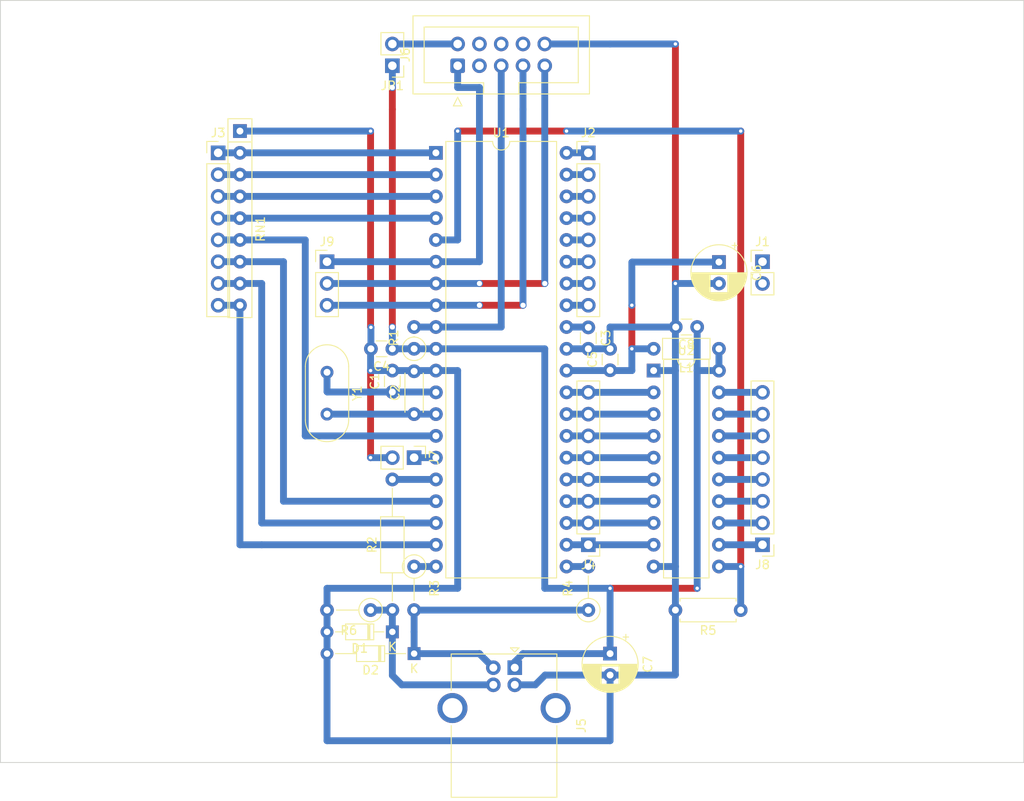
<source format=kicad_pcb>
(kicad_pcb (version 20171130) (host pcbnew "(5.1.10)-1")

  (general
    (thickness 1.6)
    (drawings 4)
    (tracks 210)
    (zones 0)
    (modules 31)
    (nets 53)
  )

  (page A4)
  (layers
    (0 F.Cu signal)
    (31 B.Cu signal)
    (32 B.Adhes user)
    (33 F.Adhes user)
    (34 B.Paste user)
    (35 F.Paste user)
    (36 B.SilkS user)
    (37 F.SilkS user)
    (38 B.Mask user)
    (39 F.Mask user)
    (40 Dwgs.User user)
    (41 Cmts.User user)
    (42 Eco1.User user)
    (43 Eco2.User user)
    (44 Edge.Cuts user)
    (45 Margin user)
    (46 B.CrtYd user)
    (47 F.CrtYd user)
    (48 B.Fab user)
    (49 F.Fab user)
  )

  (setup
    (last_trace_width 0.25)
    (user_trace_width 0.8)
    (trace_clearance 0.2)
    (zone_clearance 0.508)
    (zone_45_only no)
    (trace_min 0.2)
    (via_size 0.8)
    (via_drill 0.4)
    (via_min_size 0.4)
    (via_min_drill 0.3)
    (user_via 0.8 0.6)
    (uvia_size 0.3)
    (uvia_drill 0.1)
    (uvias_allowed no)
    (uvia_min_size 0.2)
    (uvia_min_drill 0.1)
    (edge_width 0.1)
    (segment_width 0.2)
    (pcb_text_width 0.3)
    (pcb_text_size 1.5 1.5)
    (mod_edge_width 0.15)
    (mod_text_size 1 1)
    (mod_text_width 0.15)
    (pad_size 1.524 1.524)
    (pad_drill 0.762)
    (pad_to_mask_clearance 0)
    (aux_axis_origin 0 0)
    (visible_elements 7FFFFFFF)
    (pcbplotparams
      (layerselection 0x010fc_ffffffff)
      (usegerberextensions false)
      (usegerberattributes true)
      (usegerberadvancedattributes true)
      (creategerberjobfile true)
      (excludeedgelayer true)
      (linewidth 0.100000)
      (plotframeref false)
      (viasonmask false)
      (mode 1)
      (useauxorigin false)
      (hpglpennumber 1)
      (hpglpenspeed 20)
      (hpglpendiameter 15.000000)
      (psnegative false)
      (psa4output false)
      (plotreference true)
      (plotvalue true)
      (plotinvisibletext false)
      (padsonsilk false)
      (subtractmaskfromsilk false)
      (outputformat 1)
      (mirror false)
      (drillshape 1)
      (scaleselection 1)
      (outputdirectory ""))
  )

  (net 0 "")
  (net 1 GND)
  (net 2 "Net-(C1-Pad1)")
  (net 3 "Net-(C2-Pad1)")
  (net 4 "Net-(C3-Pad1)")
  (net 5 +5V)
  (net 6 "Net-(C5-Pad1)")
  (net 7 "Net-(D1-Pad1)")
  (net 8 "Net-(D2-Pad1)")
  (net 9 "Net-(J5-Pad5)")
  (net 10 /Reset)
  (net 11 /TX)
  (net 12 /D+)
  (net 13 /D-)
  (net 14 /DisCon)
  (net 15 "Net-(J2-Pad8)")
  (net 16 "Net-(J2-Pad7)")
  (net 17 "Net-(J2-Pad6)")
  (net 18 "Net-(J2-Pad5)")
  (net 19 "Net-(J2-Pad4)")
  (net 20 "Net-(J2-Pad3)")
  (net 21 "Net-(J2-Pad2)")
  (net 22 "Net-(J2-Pad1)")
  (net 23 "Net-(J6-Pad2)")
  (net 24 "Net-(J6-Pad3)")
  (net 25 /KeyIn7)
  (net 26 /KeyIn6)
  (net 27 /KeyIn5)
  (net 28 /KeyIn4)
  (net 29 /KeyIn3)
  (net 30 /KeyIn2)
  (net 31 /KeyIn1)
  (net 32 /KeyIn0)
  (net 33 /Out7)
  (net 34 /Out6)
  (net 35 /Out5)
  (net 36 /Out4)
  (net 37 /Out3)
  (net 38 /Out2)
  (net 39 /Out1)
  (net 40 /Out0)
  (net 41 /MISO)
  (net 42 /SCK)
  (net 43 /MOSI)
  (net 44 /Load)
  (net 45 "Net-(J8-Pad8)")
  (net 46 "Net-(J8-Pad7)")
  (net 47 "Net-(J8-Pad6)")
  (net 48 "Net-(J8-Pad5)")
  (net 49 "Net-(J8-Pad4)")
  (net 50 "Net-(J8-Pad3)")
  (net 51 "Net-(J8-Pad2)")
  (net 52 "Net-(J8-Pad1)")

  (net_class Default "Dies ist die voreingestellte Netzklasse."
    (clearance 0.2)
    (trace_width 0.25)
    (via_dia 0.8)
    (via_drill 0.4)
    (uvia_dia 0.3)
    (uvia_drill 0.1)
    (add_net +5V)
    (add_net /D+)
    (add_net /D-)
    (add_net /DisCon)
    (add_net /KeyIn0)
    (add_net /KeyIn1)
    (add_net /KeyIn2)
    (add_net /KeyIn3)
    (add_net /KeyIn4)
    (add_net /KeyIn5)
    (add_net /KeyIn6)
    (add_net /KeyIn7)
    (add_net /Load)
    (add_net /MISO)
    (add_net /MOSI)
    (add_net /Out0)
    (add_net /Out1)
    (add_net /Out2)
    (add_net /Out3)
    (add_net /Out4)
    (add_net /Out5)
    (add_net /Out6)
    (add_net /Out7)
    (add_net /Reset)
    (add_net /SCK)
    (add_net /TX)
    (add_net GND)
    (add_net "Net-(C1-Pad1)")
    (add_net "Net-(C2-Pad1)")
    (add_net "Net-(C3-Pad1)")
    (add_net "Net-(C5-Pad1)")
    (add_net "Net-(D1-Pad1)")
    (add_net "Net-(D2-Pad1)")
    (add_net "Net-(J2-Pad1)")
    (add_net "Net-(J2-Pad2)")
    (add_net "Net-(J2-Pad3)")
    (add_net "Net-(J2-Pad4)")
    (add_net "Net-(J2-Pad5)")
    (add_net "Net-(J2-Pad6)")
    (add_net "Net-(J2-Pad7)")
    (add_net "Net-(J2-Pad8)")
    (add_net "Net-(J5-Pad5)")
    (add_net "Net-(J6-Pad2)")
    (add_net "Net-(J6-Pad3)")
    (add_net "Net-(J8-Pad1)")
    (add_net "Net-(J8-Pad2)")
    (add_net "Net-(J8-Pad3)")
    (add_net "Net-(J8-Pad4)")
    (add_net "Net-(J8-Pad5)")
    (add_net "Net-(J8-Pad6)")
    (add_net "Net-(J8-Pad7)")
    (add_net "Net-(J8-Pad8)")
  )

  (module Resistor_THT:R_Axial_DIN0207_L6.3mm_D2.5mm_P5.08mm_Vertical (layer F.Cu) (tedit 5AE5139B) (tstamp 66C94365)
    (at 114.3 99.06 180)
    (descr "Resistor, Axial_DIN0207 series, Axial, Vertical, pin pitch=5.08mm, 0.25W = 1/4W, length*diameter=6.3*2.5mm^2, http://cdn-reichelt.de/documents/datenblatt/B400/1_4W%23YAG.pdf")
    (tags "Resistor Axial_DIN0207 series Axial Vertical pin pitch 5.08mm 0.25W = 1/4W length 6.3mm diameter 2.5mm")
    (path /66C9CF15)
    (fp_text reference R6 (at 2.54 -2.37) (layer F.SilkS)
      (effects (font (size 1 1) (thickness 0.15)))
    )
    (fp_text value 1M (at 2.54 2.37) (layer F.Fab)
      (effects (font (size 1 1) (thickness 0.15)))
    )
    (fp_line (start 6.13 -1.5) (end -1.5 -1.5) (layer F.CrtYd) (width 0.05))
    (fp_line (start 6.13 1.5) (end 6.13 -1.5) (layer F.CrtYd) (width 0.05))
    (fp_line (start -1.5 1.5) (end 6.13 1.5) (layer F.CrtYd) (width 0.05))
    (fp_line (start -1.5 -1.5) (end -1.5 1.5) (layer F.CrtYd) (width 0.05))
    (fp_line (start 1.37 0) (end 3.98 0) (layer F.SilkS) (width 0.12))
    (fp_line (start 0 0) (end 5.08 0) (layer F.Fab) (width 0.1))
    (fp_circle (center 0 0) (end 1.37 0) (layer F.SilkS) (width 0.12))
    (fp_circle (center 0 0) (end 1.25 0) (layer F.Fab) (width 0.1))
    (fp_text user %R (at 2.54 -2.37) (layer F.Fab)
      (effects (font (size 1 1) (thickness 0.15)))
    )
    (pad 2 thru_hole oval (at 5.08 0 180) (size 1.6 1.6) (drill 0.8) (layers *.Cu *.Mask)
      (net 1 GND))
    (pad 1 thru_hole circle (at 0 0 180) (size 1.6 1.6) (drill 0.8) (layers *.Cu *.Mask)
      (net 7 "Net-(D1-Pad1)"))
    (model ${KISYS3DMOD}/Resistor_THT.3dshapes/R_Axial_DIN0207_L6.3mm_D2.5mm_P5.08mm_Vertical.wrl
      (at (xyz 0 0 0))
      (scale (xyz 1 1 1))
      (rotate (xyz 0 0 0))
    )
  )

  (module Resistor_THT:R_Axial_DIN0207_L6.3mm_D2.5mm_P5.08mm_Vertical (layer F.Cu) (tedit 5AE5139B) (tstamp 66AFC43D)
    (at 119.38 93.98 270)
    (descr "Resistor, Axial_DIN0207 series, Axial, Vertical, pin pitch=5.08mm, 0.25W = 1/4W, length*diameter=6.3*2.5mm^2, http://cdn-reichelt.de/documents/datenblatt/B400/1_4W%23YAG.pdf")
    (tags "Resistor Axial_DIN0207 series Axial Vertical pin pitch 5.08mm 0.25W = 1/4W length 6.3mm diameter 2.5mm")
    (path /669E3160)
    (fp_text reference R3 (at 2.54 -2.37 90) (layer F.SilkS)
      (effects (font (size 1 1) (thickness 0.15)))
    )
    (fp_text value 68R (at 2.54 2.37 90) (layer F.Fab)
      (effects (font (size 1 1) (thickness 0.15)))
    )
    (fp_line (start 6.13 -1.5) (end -1.5 -1.5) (layer F.CrtYd) (width 0.05))
    (fp_line (start 6.13 1.5) (end 6.13 -1.5) (layer F.CrtYd) (width 0.05))
    (fp_line (start -1.5 1.5) (end 6.13 1.5) (layer F.CrtYd) (width 0.05))
    (fp_line (start -1.5 -1.5) (end -1.5 1.5) (layer F.CrtYd) (width 0.05))
    (fp_line (start 1.37 0) (end 3.98 0) (layer F.SilkS) (width 0.12))
    (fp_line (start 0 0) (end 5.08 0) (layer F.Fab) (width 0.1))
    (fp_circle (center 0 0) (end 1.37 0) (layer F.SilkS) (width 0.12))
    (fp_circle (center 0 0) (end 1.25 0) (layer F.Fab) (width 0.1))
    (fp_text user %R (at 2.54 -2.37 90) (layer F.Fab)
      (effects (font (size 1 1) (thickness 0.15)))
    )
    (pad 2 thru_hole oval (at 5.08 0 270) (size 1.6 1.6) (drill 0.8) (layers *.Cu *.Mask)
      (net 8 "Net-(D2-Pad1)"))
    (pad 1 thru_hole circle (at 0 0 270) (size 1.6 1.6) (drill 0.8) (layers *.Cu *.Mask)
      (net 13 /D-))
    (model ${KISYS3DMOD}/Resistor_THT.3dshapes/R_Axial_DIN0207_L6.3mm_D2.5mm_P5.08mm_Vertical.wrl
      (at (xyz 0 0 0))
      (scale (xyz 1 1 1))
      (rotate (xyz 0 0 0))
    )
  )

  (module Resistor_THT:R_Axial_DIN0207_L6.3mm_D2.5mm_P7.62mm_Horizontal (layer F.Cu) (tedit 5AE5139B) (tstamp 66C4E8D5)
    (at 157.48 99.06 180)
    (descr "Resistor, Axial_DIN0207 series, Axial, Horizontal, pin pitch=7.62mm, 0.25W = 1/4W, length*diameter=6.3*2.5mm^2, http://cdn-reichelt.de/documents/datenblatt/B400/1_4W%23YAG.pdf")
    (tags "Resistor Axial_DIN0207 series Axial Horizontal pin pitch 7.62mm 0.25W = 1/4W length 6.3mm diameter 2.5mm")
    (path /66C9B980)
    (fp_text reference R5 (at 3.81 -2.37) (layer F.SilkS)
      (effects (font (size 1 1) (thickness 0.15)))
    )
    (fp_text value 10k (at 3.81 2.37) (layer F.Fab)
      (effects (font (size 1 1) (thickness 0.15)))
    )
    (fp_line (start 8.67 -1.5) (end -1.05 -1.5) (layer F.CrtYd) (width 0.05))
    (fp_line (start 8.67 1.5) (end 8.67 -1.5) (layer F.CrtYd) (width 0.05))
    (fp_line (start -1.05 1.5) (end 8.67 1.5) (layer F.CrtYd) (width 0.05))
    (fp_line (start -1.05 -1.5) (end -1.05 1.5) (layer F.CrtYd) (width 0.05))
    (fp_line (start 7.08 1.37) (end 7.08 1.04) (layer F.SilkS) (width 0.12))
    (fp_line (start 0.54 1.37) (end 7.08 1.37) (layer F.SilkS) (width 0.12))
    (fp_line (start 0.54 1.04) (end 0.54 1.37) (layer F.SilkS) (width 0.12))
    (fp_line (start 7.08 -1.37) (end 7.08 -1.04) (layer F.SilkS) (width 0.12))
    (fp_line (start 0.54 -1.37) (end 7.08 -1.37) (layer F.SilkS) (width 0.12))
    (fp_line (start 0.54 -1.04) (end 0.54 -1.37) (layer F.SilkS) (width 0.12))
    (fp_line (start 7.62 0) (end 6.96 0) (layer F.Fab) (width 0.1))
    (fp_line (start 0 0) (end 0.66 0) (layer F.Fab) (width 0.1))
    (fp_line (start 6.96 -1.25) (end 0.66 -1.25) (layer F.Fab) (width 0.1))
    (fp_line (start 6.96 1.25) (end 6.96 -1.25) (layer F.Fab) (width 0.1))
    (fp_line (start 0.66 1.25) (end 6.96 1.25) (layer F.Fab) (width 0.1))
    (fp_line (start 0.66 -1.25) (end 0.66 1.25) (layer F.Fab) (width 0.1))
    (fp_text user %R (at 3.81 0) (layer F.Fab)
      (effects (font (size 1 1) (thickness 0.15)))
    )
    (pad 2 thru_hole oval (at 7.62 0 180) (size 1.6 1.6) (drill 0.8) (layers *.Cu *.Mask)
      (net 1 GND))
    (pad 1 thru_hole circle (at 0 0 180) (size 1.6 1.6) (drill 0.8) (layers *.Cu *.Mask)
      (net 44 /Load))
    (model ${KISYS3DMOD}/Resistor_THT.3dshapes/R_Axial_DIN0207_L6.3mm_D2.5mm_P7.62mm_Horizontal.wrl
      (at (xyz 0 0 0))
      (scale (xyz 1 1 1))
      (rotate (xyz 0 0 0))
    )
  )

  (module Connector_PinHeader_2.54mm:PinHeader_1x03_P2.54mm_Vertical (layer F.Cu) (tedit 59FED5CC) (tstamp 66C4E7EC)
    (at 109.22 58.42)
    (descr "Through hole straight pin header, 1x03, 2.54mm pitch, single row")
    (tags "Through hole pin header THT 1x03 2.54mm single row")
    (path /66CF18C7)
    (fp_text reference J9 (at 0 -2.33) (layer F.SilkS)
      (effects (font (size 1 1) (thickness 0.15)))
    )
    (fp_text value SPI (at 0 7.41) (layer F.Fab)
      (effects (font (size 1 1) (thickness 0.15)))
    )
    (fp_line (start 1.8 -1.8) (end -1.8 -1.8) (layer F.CrtYd) (width 0.05))
    (fp_line (start 1.8 6.85) (end 1.8 -1.8) (layer F.CrtYd) (width 0.05))
    (fp_line (start -1.8 6.85) (end 1.8 6.85) (layer F.CrtYd) (width 0.05))
    (fp_line (start -1.8 -1.8) (end -1.8 6.85) (layer F.CrtYd) (width 0.05))
    (fp_line (start -1.33 -1.33) (end 0 -1.33) (layer F.SilkS) (width 0.12))
    (fp_line (start -1.33 0) (end -1.33 -1.33) (layer F.SilkS) (width 0.12))
    (fp_line (start -1.33 1.27) (end 1.33 1.27) (layer F.SilkS) (width 0.12))
    (fp_line (start 1.33 1.27) (end 1.33 6.41) (layer F.SilkS) (width 0.12))
    (fp_line (start -1.33 1.27) (end -1.33 6.41) (layer F.SilkS) (width 0.12))
    (fp_line (start -1.33 6.41) (end 1.33 6.41) (layer F.SilkS) (width 0.12))
    (fp_line (start -1.27 -0.635) (end -0.635 -1.27) (layer F.Fab) (width 0.1))
    (fp_line (start -1.27 6.35) (end -1.27 -0.635) (layer F.Fab) (width 0.1))
    (fp_line (start 1.27 6.35) (end -1.27 6.35) (layer F.Fab) (width 0.1))
    (fp_line (start 1.27 -1.27) (end 1.27 6.35) (layer F.Fab) (width 0.1))
    (fp_line (start -0.635 -1.27) (end 1.27 -1.27) (layer F.Fab) (width 0.1))
    (fp_text user %R (at 0 2.54 90) (layer F.Fab)
      (effects (font (size 1 1) (thickness 0.15)))
    )
    (pad 3 thru_hole oval (at 0 5.08) (size 1.7 1.7) (drill 1) (layers *.Cu *.Mask)
      (net 42 /SCK))
    (pad 2 thru_hole oval (at 0 2.54) (size 1.7 1.7) (drill 1) (layers *.Cu *.Mask)
      (net 41 /MISO))
    (pad 1 thru_hole rect (at 0 0) (size 1.7 1.7) (drill 1) (layers *.Cu *.Mask)
      (net 43 /MOSI))
    (model ${KISYS3DMOD}/Connector_PinHeader_2.54mm.3dshapes/PinHeader_1x03_P2.54mm_Vertical.wrl
      (at (xyz 0 0 0))
      (scale (xyz 1 1 1))
      (rotate (xyz 0 0 0))
    )
  )

  (module Connector_PinHeader_2.54mm:PinHeader_1x08_P2.54mm_Vertical (layer F.Cu) (tedit 59FED5CC) (tstamp 66C4E7D5)
    (at 160.02 91.44 180)
    (descr "Through hole straight pin header, 1x08, 2.54mm pitch, single row")
    (tags "Through hole pin header THT 1x08 2.54mm single row")
    (path /66D15845)
    (fp_text reference J8 (at 0 -2.33) (layer F.SilkS)
      (effects (font (size 1 1) (thickness 0.15)))
    )
    (fp_text value Expand (at 0 20.11) (layer F.Fab)
      (effects (font (size 1 1) (thickness 0.15)))
    )
    (fp_line (start 1.8 -1.8) (end -1.8 -1.8) (layer F.CrtYd) (width 0.05))
    (fp_line (start 1.8 19.55) (end 1.8 -1.8) (layer F.CrtYd) (width 0.05))
    (fp_line (start -1.8 19.55) (end 1.8 19.55) (layer F.CrtYd) (width 0.05))
    (fp_line (start -1.8 -1.8) (end -1.8 19.55) (layer F.CrtYd) (width 0.05))
    (fp_line (start -1.33 -1.33) (end 0 -1.33) (layer F.SilkS) (width 0.12))
    (fp_line (start -1.33 0) (end -1.33 -1.33) (layer F.SilkS) (width 0.12))
    (fp_line (start -1.33 1.27) (end 1.33 1.27) (layer F.SilkS) (width 0.12))
    (fp_line (start 1.33 1.27) (end 1.33 19.11) (layer F.SilkS) (width 0.12))
    (fp_line (start -1.33 1.27) (end -1.33 19.11) (layer F.SilkS) (width 0.12))
    (fp_line (start -1.33 19.11) (end 1.33 19.11) (layer F.SilkS) (width 0.12))
    (fp_line (start -1.27 -0.635) (end -0.635 -1.27) (layer F.Fab) (width 0.1))
    (fp_line (start -1.27 19.05) (end -1.27 -0.635) (layer F.Fab) (width 0.1))
    (fp_line (start 1.27 19.05) (end -1.27 19.05) (layer F.Fab) (width 0.1))
    (fp_line (start 1.27 -1.27) (end 1.27 19.05) (layer F.Fab) (width 0.1))
    (fp_line (start -0.635 -1.27) (end 1.27 -1.27) (layer F.Fab) (width 0.1))
    (fp_text user %R (at 0 8.89 90) (layer F.Fab)
      (effects (font (size 1 1) (thickness 0.15)))
    )
    (pad 8 thru_hole oval (at 0 17.78 180) (size 1.7 1.7) (drill 1) (layers *.Cu *.Mask)
      (net 45 "Net-(J8-Pad8)"))
    (pad 7 thru_hole oval (at 0 15.24 180) (size 1.7 1.7) (drill 1) (layers *.Cu *.Mask)
      (net 46 "Net-(J8-Pad7)"))
    (pad 6 thru_hole oval (at 0 12.7 180) (size 1.7 1.7) (drill 1) (layers *.Cu *.Mask)
      (net 47 "Net-(J8-Pad6)"))
    (pad 5 thru_hole oval (at 0 10.16 180) (size 1.7 1.7) (drill 1) (layers *.Cu *.Mask)
      (net 48 "Net-(J8-Pad5)"))
    (pad 4 thru_hole oval (at 0 7.62 180) (size 1.7 1.7) (drill 1) (layers *.Cu *.Mask)
      (net 49 "Net-(J8-Pad4)"))
    (pad 3 thru_hole oval (at 0 5.08 180) (size 1.7 1.7) (drill 1) (layers *.Cu *.Mask)
      (net 50 "Net-(J8-Pad3)"))
    (pad 2 thru_hole oval (at 0 2.54 180) (size 1.7 1.7) (drill 1) (layers *.Cu *.Mask)
      (net 51 "Net-(J8-Pad2)"))
    (pad 1 thru_hole rect (at 0 0 180) (size 1.7 1.7) (drill 1) (layers *.Cu *.Mask)
      (net 52 "Net-(J8-Pad1)"))
    (model ${KISYS3DMOD}/Connector_PinHeader_2.54mm.3dshapes/PinHeader_1x08_P2.54mm_Vertical.wrl
      (at (xyz 0 0 0))
      (scale (xyz 1 1 1))
      (rotate (xyz 0 0 0))
    )
  )

  (module Connector_USB:USB_B_OST_USB-B1HSxx_Horizontal (layer F.Cu) (tedit 5AFE01FF) (tstamp 66AD6683)
    (at 131.12 105.78 270)
    (descr "USB B receptacle, Horizontal, through-hole, http://www.on-shore.com/wp-content/uploads/2015/09/usb-b1hsxx.pdf")
    (tags "USB-B receptacle horizontal through-hole")
    (path /669D4A9E)
    (fp_text reference J5 (at 6.76 -7.77 90) (layer F.SilkS)
      (effects (font (size 1 1) (thickness 0.15)))
    )
    (fp_text value USB_B (at 6.76 10.27 90) (layer F.Fab)
      (effects (font (size 1 1) (thickness 0.15)))
    )
    (fp_line (start -0.49 -4.8) (end 15.01 -4.8) (layer F.Fab) (width 0.1))
    (fp_line (start 15.01 -4.8) (end 15.01 7.3) (layer F.Fab) (width 0.1))
    (fp_line (start 15.01 7.3) (end -1.49 7.3) (layer F.Fab) (width 0.1))
    (fp_line (start -1.49 7.3) (end -1.49 -3.8) (layer F.Fab) (width 0.1))
    (fp_line (start -1.49 -3.8) (end -0.49 -4.8) (layer F.Fab) (width 0.1))
    (fp_line (start 2.66 -4.91) (end -1.6 -4.91) (layer F.SilkS) (width 0.12))
    (fp_line (start -1.6 -4.91) (end -1.6 7.41) (layer F.SilkS) (width 0.12))
    (fp_line (start -1.6 7.41) (end 2.66 7.41) (layer F.SilkS) (width 0.12))
    (fp_line (start 6.76 -4.91) (end 15.12 -4.91) (layer F.SilkS) (width 0.12))
    (fp_line (start 15.12 -4.91) (end 15.12 7.41) (layer F.SilkS) (width 0.12))
    (fp_line (start 15.12 7.41) (end 6.76 7.41) (layer F.SilkS) (width 0.12))
    (fp_line (start -1.82 0) (end -2.32 -0.5) (layer F.SilkS) (width 0.12))
    (fp_line (start -2.32 -0.5) (end -2.32 0.5) (layer F.SilkS) (width 0.12))
    (fp_line (start -2.32 0.5) (end -1.82 0) (layer F.SilkS) (width 0.12))
    (fp_line (start -1.99 -7.02) (end -1.99 9.52) (layer F.CrtYd) (width 0.05))
    (fp_line (start -1.99 9.52) (end 15.51 9.52) (layer F.CrtYd) (width 0.05))
    (fp_line (start 15.51 9.52) (end 15.51 -7.02) (layer F.CrtYd) (width 0.05))
    (fp_line (start 15.51 -7.02) (end -1.99 -7.02) (layer F.CrtYd) (width 0.05))
    (fp_text user %R (at 6.76 1.25 90) (layer F.Fab)
      (effects (font (size 1 1) (thickness 0.15)))
    )
    (pad 5 thru_hole circle (at 4.71 7.27 270) (size 3.5 3.5) (drill 2.33) (layers *.Cu *.Mask)
      (net 9 "Net-(J5-Pad5)"))
    (pad 5 thru_hole circle (at 4.71 -4.77 270) (size 3.5 3.5) (drill 2.33) (layers *.Cu *.Mask)
      (net 9 "Net-(J5-Pad5)"))
    (pad 4 thru_hole circle (at 2 0 270) (size 1.7 1.7) (drill 0.92) (layers *.Cu *.Mask)
      (net 1 GND))
    (pad 3 thru_hole circle (at 2 2.5 270) (size 1.7 1.7) (drill 0.92) (layers *.Cu *.Mask)
      (net 7 "Net-(D1-Pad1)"))
    (pad 2 thru_hole circle (at 0 2.5 270) (size 1.7 1.7) (drill 0.92) (layers *.Cu *.Mask)
      (net 8 "Net-(D2-Pad1)"))
    (pad 1 thru_hole rect (at 0 0 270) (size 1.7 1.7) (drill 0.92) (layers *.Cu *.Mask)
      (net 5 +5V))
    (model ${KISYS3DMOD}/Connector_USB.3dshapes/USB_B_OST_USB-B1HSxx_Horizontal.wrl
      (at (xyz 0 0 0))
      (scale (xyz 1 1 1))
      (rotate (xyz 0 0 0))
    )
  )

  (module Capacitor_THT:CP_Radial_D6.3mm_P2.50mm (layer F.Cu) (tedit 5AE50EF0) (tstamp 66AFD21A)
    (at 142.24 104.14 270)
    (descr "CP, Radial series, Radial, pin pitch=2.50mm, , diameter=6.3mm, Electrolytic Capacitor")
    (tags "CP Radial series Radial pin pitch 2.50mm  diameter 6.3mm Electrolytic Capacitor")
    (path /669D6A6B)
    (fp_text reference C7 (at 1.25 -4.4 90) (layer F.SilkS)
      (effects (font (size 1 1) (thickness 0.15)))
    )
    (fp_text value 100µf (at 1.25 4.4 90) (layer F.Fab)
      (effects (font (size 1 1) (thickness 0.15)))
    )
    (fp_line (start -1.935241 -2.154) (end -1.935241 -1.524) (layer F.SilkS) (width 0.12))
    (fp_line (start -2.250241 -1.839) (end -1.620241 -1.839) (layer F.SilkS) (width 0.12))
    (fp_line (start 4.491 -0.402) (end 4.491 0.402) (layer F.SilkS) (width 0.12))
    (fp_line (start 4.451 -0.633) (end 4.451 0.633) (layer F.SilkS) (width 0.12))
    (fp_line (start 4.411 -0.802) (end 4.411 0.802) (layer F.SilkS) (width 0.12))
    (fp_line (start 4.371 -0.94) (end 4.371 0.94) (layer F.SilkS) (width 0.12))
    (fp_line (start 4.331 -1.059) (end 4.331 1.059) (layer F.SilkS) (width 0.12))
    (fp_line (start 4.291 -1.165) (end 4.291 1.165) (layer F.SilkS) (width 0.12))
    (fp_line (start 4.251 -1.262) (end 4.251 1.262) (layer F.SilkS) (width 0.12))
    (fp_line (start 4.211 -1.35) (end 4.211 1.35) (layer F.SilkS) (width 0.12))
    (fp_line (start 4.171 -1.432) (end 4.171 1.432) (layer F.SilkS) (width 0.12))
    (fp_line (start 4.131 -1.509) (end 4.131 1.509) (layer F.SilkS) (width 0.12))
    (fp_line (start 4.091 -1.581) (end 4.091 1.581) (layer F.SilkS) (width 0.12))
    (fp_line (start 4.051 -1.65) (end 4.051 1.65) (layer F.SilkS) (width 0.12))
    (fp_line (start 4.011 -1.714) (end 4.011 1.714) (layer F.SilkS) (width 0.12))
    (fp_line (start 3.971 -1.776) (end 3.971 1.776) (layer F.SilkS) (width 0.12))
    (fp_line (start 3.931 -1.834) (end 3.931 1.834) (layer F.SilkS) (width 0.12))
    (fp_line (start 3.891 -1.89) (end 3.891 1.89) (layer F.SilkS) (width 0.12))
    (fp_line (start 3.851 -1.944) (end 3.851 1.944) (layer F.SilkS) (width 0.12))
    (fp_line (start 3.811 -1.995) (end 3.811 1.995) (layer F.SilkS) (width 0.12))
    (fp_line (start 3.771 -2.044) (end 3.771 2.044) (layer F.SilkS) (width 0.12))
    (fp_line (start 3.731 -2.092) (end 3.731 2.092) (layer F.SilkS) (width 0.12))
    (fp_line (start 3.691 -2.137) (end 3.691 2.137) (layer F.SilkS) (width 0.12))
    (fp_line (start 3.651 -2.182) (end 3.651 2.182) (layer F.SilkS) (width 0.12))
    (fp_line (start 3.611 -2.224) (end 3.611 2.224) (layer F.SilkS) (width 0.12))
    (fp_line (start 3.571 -2.265) (end 3.571 2.265) (layer F.SilkS) (width 0.12))
    (fp_line (start 3.531 1.04) (end 3.531 2.305) (layer F.SilkS) (width 0.12))
    (fp_line (start 3.531 -2.305) (end 3.531 -1.04) (layer F.SilkS) (width 0.12))
    (fp_line (start 3.491 1.04) (end 3.491 2.343) (layer F.SilkS) (width 0.12))
    (fp_line (start 3.491 -2.343) (end 3.491 -1.04) (layer F.SilkS) (width 0.12))
    (fp_line (start 3.451 1.04) (end 3.451 2.38) (layer F.SilkS) (width 0.12))
    (fp_line (start 3.451 -2.38) (end 3.451 -1.04) (layer F.SilkS) (width 0.12))
    (fp_line (start 3.411 1.04) (end 3.411 2.416) (layer F.SilkS) (width 0.12))
    (fp_line (start 3.411 -2.416) (end 3.411 -1.04) (layer F.SilkS) (width 0.12))
    (fp_line (start 3.371 1.04) (end 3.371 2.45) (layer F.SilkS) (width 0.12))
    (fp_line (start 3.371 -2.45) (end 3.371 -1.04) (layer F.SilkS) (width 0.12))
    (fp_line (start 3.331 1.04) (end 3.331 2.484) (layer F.SilkS) (width 0.12))
    (fp_line (start 3.331 -2.484) (end 3.331 -1.04) (layer F.SilkS) (width 0.12))
    (fp_line (start 3.291 1.04) (end 3.291 2.516) (layer F.SilkS) (width 0.12))
    (fp_line (start 3.291 -2.516) (end 3.291 -1.04) (layer F.SilkS) (width 0.12))
    (fp_line (start 3.251 1.04) (end 3.251 2.548) (layer F.SilkS) (width 0.12))
    (fp_line (start 3.251 -2.548) (end 3.251 -1.04) (layer F.SilkS) (width 0.12))
    (fp_line (start 3.211 1.04) (end 3.211 2.578) (layer F.SilkS) (width 0.12))
    (fp_line (start 3.211 -2.578) (end 3.211 -1.04) (layer F.SilkS) (width 0.12))
    (fp_line (start 3.171 1.04) (end 3.171 2.607) (layer F.SilkS) (width 0.12))
    (fp_line (start 3.171 -2.607) (end 3.171 -1.04) (layer F.SilkS) (width 0.12))
    (fp_line (start 3.131 1.04) (end 3.131 2.636) (layer F.SilkS) (width 0.12))
    (fp_line (start 3.131 -2.636) (end 3.131 -1.04) (layer F.SilkS) (width 0.12))
    (fp_line (start 3.091 1.04) (end 3.091 2.664) (layer F.SilkS) (width 0.12))
    (fp_line (start 3.091 -2.664) (end 3.091 -1.04) (layer F.SilkS) (width 0.12))
    (fp_line (start 3.051 1.04) (end 3.051 2.69) (layer F.SilkS) (width 0.12))
    (fp_line (start 3.051 -2.69) (end 3.051 -1.04) (layer F.SilkS) (width 0.12))
    (fp_line (start 3.011 1.04) (end 3.011 2.716) (layer F.SilkS) (width 0.12))
    (fp_line (start 3.011 -2.716) (end 3.011 -1.04) (layer F.SilkS) (width 0.12))
    (fp_line (start 2.971 1.04) (end 2.971 2.742) (layer F.SilkS) (width 0.12))
    (fp_line (start 2.971 -2.742) (end 2.971 -1.04) (layer F.SilkS) (width 0.12))
    (fp_line (start 2.931 1.04) (end 2.931 2.766) (layer F.SilkS) (width 0.12))
    (fp_line (start 2.931 -2.766) (end 2.931 -1.04) (layer F.SilkS) (width 0.12))
    (fp_line (start 2.891 1.04) (end 2.891 2.79) (layer F.SilkS) (width 0.12))
    (fp_line (start 2.891 -2.79) (end 2.891 -1.04) (layer F.SilkS) (width 0.12))
    (fp_line (start 2.851 1.04) (end 2.851 2.812) (layer F.SilkS) (width 0.12))
    (fp_line (start 2.851 -2.812) (end 2.851 -1.04) (layer F.SilkS) (width 0.12))
    (fp_line (start 2.811 1.04) (end 2.811 2.834) (layer F.SilkS) (width 0.12))
    (fp_line (start 2.811 -2.834) (end 2.811 -1.04) (layer F.SilkS) (width 0.12))
    (fp_line (start 2.771 1.04) (end 2.771 2.856) (layer F.SilkS) (width 0.12))
    (fp_line (start 2.771 -2.856) (end 2.771 -1.04) (layer F.SilkS) (width 0.12))
    (fp_line (start 2.731 1.04) (end 2.731 2.876) (layer F.SilkS) (width 0.12))
    (fp_line (start 2.731 -2.876) (end 2.731 -1.04) (layer F.SilkS) (width 0.12))
    (fp_line (start 2.691 1.04) (end 2.691 2.896) (layer F.SilkS) (width 0.12))
    (fp_line (start 2.691 -2.896) (end 2.691 -1.04) (layer F.SilkS) (width 0.12))
    (fp_line (start 2.651 1.04) (end 2.651 2.916) (layer F.SilkS) (width 0.12))
    (fp_line (start 2.651 -2.916) (end 2.651 -1.04) (layer F.SilkS) (width 0.12))
    (fp_line (start 2.611 1.04) (end 2.611 2.934) (layer F.SilkS) (width 0.12))
    (fp_line (start 2.611 -2.934) (end 2.611 -1.04) (layer F.SilkS) (width 0.12))
    (fp_line (start 2.571 1.04) (end 2.571 2.952) (layer F.SilkS) (width 0.12))
    (fp_line (start 2.571 -2.952) (end 2.571 -1.04) (layer F.SilkS) (width 0.12))
    (fp_line (start 2.531 1.04) (end 2.531 2.97) (layer F.SilkS) (width 0.12))
    (fp_line (start 2.531 -2.97) (end 2.531 -1.04) (layer F.SilkS) (width 0.12))
    (fp_line (start 2.491 1.04) (end 2.491 2.986) (layer F.SilkS) (width 0.12))
    (fp_line (start 2.491 -2.986) (end 2.491 -1.04) (layer F.SilkS) (width 0.12))
    (fp_line (start 2.451 1.04) (end 2.451 3.002) (layer F.SilkS) (width 0.12))
    (fp_line (start 2.451 -3.002) (end 2.451 -1.04) (layer F.SilkS) (width 0.12))
    (fp_line (start 2.411 1.04) (end 2.411 3.018) (layer F.SilkS) (width 0.12))
    (fp_line (start 2.411 -3.018) (end 2.411 -1.04) (layer F.SilkS) (width 0.12))
    (fp_line (start 2.371 1.04) (end 2.371 3.033) (layer F.SilkS) (width 0.12))
    (fp_line (start 2.371 -3.033) (end 2.371 -1.04) (layer F.SilkS) (width 0.12))
    (fp_line (start 2.331 1.04) (end 2.331 3.047) (layer F.SilkS) (width 0.12))
    (fp_line (start 2.331 -3.047) (end 2.331 -1.04) (layer F.SilkS) (width 0.12))
    (fp_line (start 2.291 1.04) (end 2.291 3.061) (layer F.SilkS) (width 0.12))
    (fp_line (start 2.291 -3.061) (end 2.291 -1.04) (layer F.SilkS) (width 0.12))
    (fp_line (start 2.251 1.04) (end 2.251 3.074) (layer F.SilkS) (width 0.12))
    (fp_line (start 2.251 -3.074) (end 2.251 -1.04) (layer F.SilkS) (width 0.12))
    (fp_line (start 2.211 1.04) (end 2.211 3.086) (layer F.SilkS) (width 0.12))
    (fp_line (start 2.211 -3.086) (end 2.211 -1.04) (layer F.SilkS) (width 0.12))
    (fp_line (start 2.171 1.04) (end 2.171 3.098) (layer F.SilkS) (width 0.12))
    (fp_line (start 2.171 -3.098) (end 2.171 -1.04) (layer F.SilkS) (width 0.12))
    (fp_line (start 2.131 1.04) (end 2.131 3.11) (layer F.SilkS) (width 0.12))
    (fp_line (start 2.131 -3.11) (end 2.131 -1.04) (layer F.SilkS) (width 0.12))
    (fp_line (start 2.091 1.04) (end 2.091 3.121) (layer F.SilkS) (width 0.12))
    (fp_line (start 2.091 -3.121) (end 2.091 -1.04) (layer F.SilkS) (width 0.12))
    (fp_line (start 2.051 1.04) (end 2.051 3.131) (layer F.SilkS) (width 0.12))
    (fp_line (start 2.051 -3.131) (end 2.051 -1.04) (layer F.SilkS) (width 0.12))
    (fp_line (start 2.011 1.04) (end 2.011 3.141) (layer F.SilkS) (width 0.12))
    (fp_line (start 2.011 -3.141) (end 2.011 -1.04) (layer F.SilkS) (width 0.12))
    (fp_line (start 1.971 1.04) (end 1.971 3.15) (layer F.SilkS) (width 0.12))
    (fp_line (start 1.971 -3.15) (end 1.971 -1.04) (layer F.SilkS) (width 0.12))
    (fp_line (start 1.93 1.04) (end 1.93 3.159) (layer F.SilkS) (width 0.12))
    (fp_line (start 1.93 -3.159) (end 1.93 -1.04) (layer F.SilkS) (width 0.12))
    (fp_line (start 1.89 1.04) (end 1.89 3.167) (layer F.SilkS) (width 0.12))
    (fp_line (start 1.89 -3.167) (end 1.89 -1.04) (layer F.SilkS) (width 0.12))
    (fp_line (start 1.85 1.04) (end 1.85 3.175) (layer F.SilkS) (width 0.12))
    (fp_line (start 1.85 -3.175) (end 1.85 -1.04) (layer F.SilkS) (width 0.12))
    (fp_line (start 1.81 1.04) (end 1.81 3.182) (layer F.SilkS) (width 0.12))
    (fp_line (start 1.81 -3.182) (end 1.81 -1.04) (layer F.SilkS) (width 0.12))
    (fp_line (start 1.77 1.04) (end 1.77 3.189) (layer F.SilkS) (width 0.12))
    (fp_line (start 1.77 -3.189) (end 1.77 -1.04) (layer F.SilkS) (width 0.12))
    (fp_line (start 1.73 1.04) (end 1.73 3.195) (layer F.SilkS) (width 0.12))
    (fp_line (start 1.73 -3.195) (end 1.73 -1.04) (layer F.SilkS) (width 0.12))
    (fp_line (start 1.69 1.04) (end 1.69 3.201) (layer F.SilkS) (width 0.12))
    (fp_line (start 1.69 -3.201) (end 1.69 -1.04) (layer F.SilkS) (width 0.12))
    (fp_line (start 1.65 1.04) (end 1.65 3.206) (layer F.SilkS) (width 0.12))
    (fp_line (start 1.65 -3.206) (end 1.65 -1.04) (layer F.SilkS) (width 0.12))
    (fp_line (start 1.61 1.04) (end 1.61 3.211) (layer F.SilkS) (width 0.12))
    (fp_line (start 1.61 -3.211) (end 1.61 -1.04) (layer F.SilkS) (width 0.12))
    (fp_line (start 1.57 1.04) (end 1.57 3.215) (layer F.SilkS) (width 0.12))
    (fp_line (start 1.57 -3.215) (end 1.57 -1.04) (layer F.SilkS) (width 0.12))
    (fp_line (start 1.53 1.04) (end 1.53 3.218) (layer F.SilkS) (width 0.12))
    (fp_line (start 1.53 -3.218) (end 1.53 -1.04) (layer F.SilkS) (width 0.12))
    (fp_line (start 1.49 1.04) (end 1.49 3.222) (layer F.SilkS) (width 0.12))
    (fp_line (start 1.49 -3.222) (end 1.49 -1.04) (layer F.SilkS) (width 0.12))
    (fp_line (start 1.45 -3.224) (end 1.45 3.224) (layer F.SilkS) (width 0.12))
    (fp_line (start 1.41 -3.227) (end 1.41 3.227) (layer F.SilkS) (width 0.12))
    (fp_line (start 1.37 -3.228) (end 1.37 3.228) (layer F.SilkS) (width 0.12))
    (fp_line (start 1.33 -3.23) (end 1.33 3.23) (layer F.SilkS) (width 0.12))
    (fp_line (start 1.29 -3.23) (end 1.29 3.23) (layer F.SilkS) (width 0.12))
    (fp_line (start 1.25 -3.23) (end 1.25 3.23) (layer F.SilkS) (width 0.12))
    (fp_line (start -1.128972 -1.6885) (end -1.128972 -1.0585) (layer F.Fab) (width 0.1))
    (fp_line (start -1.443972 -1.3735) (end -0.813972 -1.3735) (layer F.Fab) (width 0.1))
    (fp_circle (center 1.25 0) (end 4.65 0) (layer F.CrtYd) (width 0.05))
    (fp_circle (center 1.25 0) (end 4.52 0) (layer F.SilkS) (width 0.12))
    (fp_circle (center 1.25 0) (end 4.4 0) (layer F.Fab) (width 0.1))
    (fp_text user %R (at 1.25 0 90) (layer F.Fab)
      (effects (font (size 1 1) (thickness 0.15)))
    )
    (pad 2 thru_hole circle (at 2.5 0 270) (size 1.6 1.6) (drill 0.8) (layers *.Cu *.Mask)
      (net 1 GND))
    (pad 1 thru_hole rect (at 0 0 270) (size 1.6 1.6) (drill 0.8) (layers *.Cu *.Mask)
      (net 5 +5V))
    (model ${KISYS3DMOD}/Capacitor_THT.3dshapes/CP_Radial_D6.3mm_P2.50mm.wrl
      (at (xyz 0 0 0))
      (scale (xyz 1 1 1))
      (rotate (xyz 0 0 0))
    )
  )

  (module Capacitor_THT:CP_Radial_D6.3mm_P2.50mm (layer F.Cu) (tedit 5AE50EF0) (tstamp 66AFCFB9)
    (at 154.94 58.46 270)
    (descr "CP, Radial series, Radial, pin pitch=2.50mm, , diameter=6.3mm, Electrolytic Capacitor")
    (tags "CP Radial series Radial pin pitch 2.50mm  diameter 6.3mm Electrolytic Capacitor")
    (path /66BC3667)
    (fp_text reference C6 (at 1.25 -4.4 90) (layer F.SilkS)
      (effects (font (size 1 1) (thickness 0.15)))
    )
    (fp_text value 100µf (at 1.25 4.4 90) (layer F.Fab)
      (effects (font (size 1 1) (thickness 0.15)))
    )
    (fp_line (start -1.935241 -2.154) (end -1.935241 -1.524) (layer F.SilkS) (width 0.12))
    (fp_line (start -2.250241 -1.839) (end -1.620241 -1.839) (layer F.SilkS) (width 0.12))
    (fp_line (start 4.491 -0.402) (end 4.491 0.402) (layer F.SilkS) (width 0.12))
    (fp_line (start 4.451 -0.633) (end 4.451 0.633) (layer F.SilkS) (width 0.12))
    (fp_line (start 4.411 -0.802) (end 4.411 0.802) (layer F.SilkS) (width 0.12))
    (fp_line (start 4.371 -0.94) (end 4.371 0.94) (layer F.SilkS) (width 0.12))
    (fp_line (start 4.331 -1.059) (end 4.331 1.059) (layer F.SilkS) (width 0.12))
    (fp_line (start 4.291 -1.165) (end 4.291 1.165) (layer F.SilkS) (width 0.12))
    (fp_line (start 4.251 -1.262) (end 4.251 1.262) (layer F.SilkS) (width 0.12))
    (fp_line (start 4.211 -1.35) (end 4.211 1.35) (layer F.SilkS) (width 0.12))
    (fp_line (start 4.171 -1.432) (end 4.171 1.432) (layer F.SilkS) (width 0.12))
    (fp_line (start 4.131 -1.509) (end 4.131 1.509) (layer F.SilkS) (width 0.12))
    (fp_line (start 4.091 -1.581) (end 4.091 1.581) (layer F.SilkS) (width 0.12))
    (fp_line (start 4.051 -1.65) (end 4.051 1.65) (layer F.SilkS) (width 0.12))
    (fp_line (start 4.011 -1.714) (end 4.011 1.714) (layer F.SilkS) (width 0.12))
    (fp_line (start 3.971 -1.776) (end 3.971 1.776) (layer F.SilkS) (width 0.12))
    (fp_line (start 3.931 -1.834) (end 3.931 1.834) (layer F.SilkS) (width 0.12))
    (fp_line (start 3.891 -1.89) (end 3.891 1.89) (layer F.SilkS) (width 0.12))
    (fp_line (start 3.851 -1.944) (end 3.851 1.944) (layer F.SilkS) (width 0.12))
    (fp_line (start 3.811 -1.995) (end 3.811 1.995) (layer F.SilkS) (width 0.12))
    (fp_line (start 3.771 -2.044) (end 3.771 2.044) (layer F.SilkS) (width 0.12))
    (fp_line (start 3.731 -2.092) (end 3.731 2.092) (layer F.SilkS) (width 0.12))
    (fp_line (start 3.691 -2.137) (end 3.691 2.137) (layer F.SilkS) (width 0.12))
    (fp_line (start 3.651 -2.182) (end 3.651 2.182) (layer F.SilkS) (width 0.12))
    (fp_line (start 3.611 -2.224) (end 3.611 2.224) (layer F.SilkS) (width 0.12))
    (fp_line (start 3.571 -2.265) (end 3.571 2.265) (layer F.SilkS) (width 0.12))
    (fp_line (start 3.531 1.04) (end 3.531 2.305) (layer F.SilkS) (width 0.12))
    (fp_line (start 3.531 -2.305) (end 3.531 -1.04) (layer F.SilkS) (width 0.12))
    (fp_line (start 3.491 1.04) (end 3.491 2.343) (layer F.SilkS) (width 0.12))
    (fp_line (start 3.491 -2.343) (end 3.491 -1.04) (layer F.SilkS) (width 0.12))
    (fp_line (start 3.451 1.04) (end 3.451 2.38) (layer F.SilkS) (width 0.12))
    (fp_line (start 3.451 -2.38) (end 3.451 -1.04) (layer F.SilkS) (width 0.12))
    (fp_line (start 3.411 1.04) (end 3.411 2.416) (layer F.SilkS) (width 0.12))
    (fp_line (start 3.411 -2.416) (end 3.411 -1.04) (layer F.SilkS) (width 0.12))
    (fp_line (start 3.371 1.04) (end 3.371 2.45) (layer F.SilkS) (width 0.12))
    (fp_line (start 3.371 -2.45) (end 3.371 -1.04) (layer F.SilkS) (width 0.12))
    (fp_line (start 3.331 1.04) (end 3.331 2.484) (layer F.SilkS) (width 0.12))
    (fp_line (start 3.331 -2.484) (end 3.331 -1.04) (layer F.SilkS) (width 0.12))
    (fp_line (start 3.291 1.04) (end 3.291 2.516) (layer F.SilkS) (width 0.12))
    (fp_line (start 3.291 -2.516) (end 3.291 -1.04) (layer F.SilkS) (width 0.12))
    (fp_line (start 3.251 1.04) (end 3.251 2.548) (layer F.SilkS) (width 0.12))
    (fp_line (start 3.251 -2.548) (end 3.251 -1.04) (layer F.SilkS) (width 0.12))
    (fp_line (start 3.211 1.04) (end 3.211 2.578) (layer F.SilkS) (width 0.12))
    (fp_line (start 3.211 -2.578) (end 3.211 -1.04) (layer F.SilkS) (width 0.12))
    (fp_line (start 3.171 1.04) (end 3.171 2.607) (layer F.SilkS) (width 0.12))
    (fp_line (start 3.171 -2.607) (end 3.171 -1.04) (layer F.SilkS) (width 0.12))
    (fp_line (start 3.131 1.04) (end 3.131 2.636) (layer F.SilkS) (width 0.12))
    (fp_line (start 3.131 -2.636) (end 3.131 -1.04) (layer F.SilkS) (width 0.12))
    (fp_line (start 3.091 1.04) (end 3.091 2.664) (layer F.SilkS) (width 0.12))
    (fp_line (start 3.091 -2.664) (end 3.091 -1.04) (layer F.SilkS) (width 0.12))
    (fp_line (start 3.051 1.04) (end 3.051 2.69) (layer F.SilkS) (width 0.12))
    (fp_line (start 3.051 -2.69) (end 3.051 -1.04) (layer F.SilkS) (width 0.12))
    (fp_line (start 3.011 1.04) (end 3.011 2.716) (layer F.SilkS) (width 0.12))
    (fp_line (start 3.011 -2.716) (end 3.011 -1.04) (layer F.SilkS) (width 0.12))
    (fp_line (start 2.971 1.04) (end 2.971 2.742) (layer F.SilkS) (width 0.12))
    (fp_line (start 2.971 -2.742) (end 2.971 -1.04) (layer F.SilkS) (width 0.12))
    (fp_line (start 2.931 1.04) (end 2.931 2.766) (layer F.SilkS) (width 0.12))
    (fp_line (start 2.931 -2.766) (end 2.931 -1.04) (layer F.SilkS) (width 0.12))
    (fp_line (start 2.891 1.04) (end 2.891 2.79) (layer F.SilkS) (width 0.12))
    (fp_line (start 2.891 -2.79) (end 2.891 -1.04) (layer F.SilkS) (width 0.12))
    (fp_line (start 2.851 1.04) (end 2.851 2.812) (layer F.SilkS) (width 0.12))
    (fp_line (start 2.851 -2.812) (end 2.851 -1.04) (layer F.SilkS) (width 0.12))
    (fp_line (start 2.811 1.04) (end 2.811 2.834) (layer F.SilkS) (width 0.12))
    (fp_line (start 2.811 -2.834) (end 2.811 -1.04) (layer F.SilkS) (width 0.12))
    (fp_line (start 2.771 1.04) (end 2.771 2.856) (layer F.SilkS) (width 0.12))
    (fp_line (start 2.771 -2.856) (end 2.771 -1.04) (layer F.SilkS) (width 0.12))
    (fp_line (start 2.731 1.04) (end 2.731 2.876) (layer F.SilkS) (width 0.12))
    (fp_line (start 2.731 -2.876) (end 2.731 -1.04) (layer F.SilkS) (width 0.12))
    (fp_line (start 2.691 1.04) (end 2.691 2.896) (layer F.SilkS) (width 0.12))
    (fp_line (start 2.691 -2.896) (end 2.691 -1.04) (layer F.SilkS) (width 0.12))
    (fp_line (start 2.651 1.04) (end 2.651 2.916) (layer F.SilkS) (width 0.12))
    (fp_line (start 2.651 -2.916) (end 2.651 -1.04) (layer F.SilkS) (width 0.12))
    (fp_line (start 2.611 1.04) (end 2.611 2.934) (layer F.SilkS) (width 0.12))
    (fp_line (start 2.611 -2.934) (end 2.611 -1.04) (layer F.SilkS) (width 0.12))
    (fp_line (start 2.571 1.04) (end 2.571 2.952) (layer F.SilkS) (width 0.12))
    (fp_line (start 2.571 -2.952) (end 2.571 -1.04) (layer F.SilkS) (width 0.12))
    (fp_line (start 2.531 1.04) (end 2.531 2.97) (layer F.SilkS) (width 0.12))
    (fp_line (start 2.531 -2.97) (end 2.531 -1.04) (layer F.SilkS) (width 0.12))
    (fp_line (start 2.491 1.04) (end 2.491 2.986) (layer F.SilkS) (width 0.12))
    (fp_line (start 2.491 -2.986) (end 2.491 -1.04) (layer F.SilkS) (width 0.12))
    (fp_line (start 2.451 1.04) (end 2.451 3.002) (layer F.SilkS) (width 0.12))
    (fp_line (start 2.451 -3.002) (end 2.451 -1.04) (layer F.SilkS) (width 0.12))
    (fp_line (start 2.411 1.04) (end 2.411 3.018) (layer F.SilkS) (width 0.12))
    (fp_line (start 2.411 -3.018) (end 2.411 -1.04) (layer F.SilkS) (width 0.12))
    (fp_line (start 2.371 1.04) (end 2.371 3.033) (layer F.SilkS) (width 0.12))
    (fp_line (start 2.371 -3.033) (end 2.371 -1.04) (layer F.SilkS) (width 0.12))
    (fp_line (start 2.331 1.04) (end 2.331 3.047) (layer F.SilkS) (width 0.12))
    (fp_line (start 2.331 -3.047) (end 2.331 -1.04) (layer F.SilkS) (width 0.12))
    (fp_line (start 2.291 1.04) (end 2.291 3.061) (layer F.SilkS) (width 0.12))
    (fp_line (start 2.291 -3.061) (end 2.291 -1.04) (layer F.SilkS) (width 0.12))
    (fp_line (start 2.251 1.04) (end 2.251 3.074) (layer F.SilkS) (width 0.12))
    (fp_line (start 2.251 -3.074) (end 2.251 -1.04) (layer F.SilkS) (width 0.12))
    (fp_line (start 2.211 1.04) (end 2.211 3.086) (layer F.SilkS) (width 0.12))
    (fp_line (start 2.211 -3.086) (end 2.211 -1.04) (layer F.SilkS) (width 0.12))
    (fp_line (start 2.171 1.04) (end 2.171 3.098) (layer F.SilkS) (width 0.12))
    (fp_line (start 2.171 -3.098) (end 2.171 -1.04) (layer F.SilkS) (width 0.12))
    (fp_line (start 2.131 1.04) (end 2.131 3.11) (layer F.SilkS) (width 0.12))
    (fp_line (start 2.131 -3.11) (end 2.131 -1.04) (layer F.SilkS) (width 0.12))
    (fp_line (start 2.091 1.04) (end 2.091 3.121) (layer F.SilkS) (width 0.12))
    (fp_line (start 2.091 -3.121) (end 2.091 -1.04) (layer F.SilkS) (width 0.12))
    (fp_line (start 2.051 1.04) (end 2.051 3.131) (layer F.SilkS) (width 0.12))
    (fp_line (start 2.051 -3.131) (end 2.051 -1.04) (layer F.SilkS) (width 0.12))
    (fp_line (start 2.011 1.04) (end 2.011 3.141) (layer F.SilkS) (width 0.12))
    (fp_line (start 2.011 -3.141) (end 2.011 -1.04) (layer F.SilkS) (width 0.12))
    (fp_line (start 1.971 1.04) (end 1.971 3.15) (layer F.SilkS) (width 0.12))
    (fp_line (start 1.971 -3.15) (end 1.971 -1.04) (layer F.SilkS) (width 0.12))
    (fp_line (start 1.93 1.04) (end 1.93 3.159) (layer F.SilkS) (width 0.12))
    (fp_line (start 1.93 -3.159) (end 1.93 -1.04) (layer F.SilkS) (width 0.12))
    (fp_line (start 1.89 1.04) (end 1.89 3.167) (layer F.SilkS) (width 0.12))
    (fp_line (start 1.89 -3.167) (end 1.89 -1.04) (layer F.SilkS) (width 0.12))
    (fp_line (start 1.85 1.04) (end 1.85 3.175) (layer F.SilkS) (width 0.12))
    (fp_line (start 1.85 -3.175) (end 1.85 -1.04) (layer F.SilkS) (width 0.12))
    (fp_line (start 1.81 1.04) (end 1.81 3.182) (layer F.SilkS) (width 0.12))
    (fp_line (start 1.81 -3.182) (end 1.81 -1.04) (layer F.SilkS) (width 0.12))
    (fp_line (start 1.77 1.04) (end 1.77 3.189) (layer F.SilkS) (width 0.12))
    (fp_line (start 1.77 -3.189) (end 1.77 -1.04) (layer F.SilkS) (width 0.12))
    (fp_line (start 1.73 1.04) (end 1.73 3.195) (layer F.SilkS) (width 0.12))
    (fp_line (start 1.73 -3.195) (end 1.73 -1.04) (layer F.SilkS) (width 0.12))
    (fp_line (start 1.69 1.04) (end 1.69 3.201) (layer F.SilkS) (width 0.12))
    (fp_line (start 1.69 -3.201) (end 1.69 -1.04) (layer F.SilkS) (width 0.12))
    (fp_line (start 1.65 1.04) (end 1.65 3.206) (layer F.SilkS) (width 0.12))
    (fp_line (start 1.65 -3.206) (end 1.65 -1.04) (layer F.SilkS) (width 0.12))
    (fp_line (start 1.61 1.04) (end 1.61 3.211) (layer F.SilkS) (width 0.12))
    (fp_line (start 1.61 -3.211) (end 1.61 -1.04) (layer F.SilkS) (width 0.12))
    (fp_line (start 1.57 1.04) (end 1.57 3.215) (layer F.SilkS) (width 0.12))
    (fp_line (start 1.57 -3.215) (end 1.57 -1.04) (layer F.SilkS) (width 0.12))
    (fp_line (start 1.53 1.04) (end 1.53 3.218) (layer F.SilkS) (width 0.12))
    (fp_line (start 1.53 -3.218) (end 1.53 -1.04) (layer F.SilkS) (width 0.12))
    (fp_line (start 1.49 1.04) (end 1.49 3.222) (layer F.SilkS) (width 0.12))
    (fp_line (start 1.49 -3.222) (end 1.49 -1.04) (layer F.SilkS) (width 0.12))
    (fp_line (start 1.45 -3.224) (end 1.45 3.224) (layer F.SilkS) (width 0.12))
    (fp_line (start 1.41 -3.227) (end 1.41 3.227) (layer F.SilkS) (width 0.12))
    (fp_line (start 1.37 -3.228) (end 1.37 3.228) (layer F.SilkS) (width 0.12))
    (fp_line (start 1.33 -3.23) (end 1.33 3.23) (layer F.SilkS) (width 0.12))
    (fp_line (start 1.29 -3.23) (end 1.29 3.23) (layer F.SilkS) (width 0.12))
    (fp_line (start 1.25 -3.23) (end 1.25 3.23) (layer F.SilkS) (width 0.12))
    (fp_line (start -1.128972 -1.6885) (end -1.128972 -1.0585) (layer F.Fab) (width 0.1))
    (fp_line (start -1.443972 -1.3735) (end -0.813972 -1.3735) (layer F.Fab) (width 0.1))
    (fp_circle (center 1.25 0) (end 4.65 0) (layer F.CrtYd) (width 0.05))
    (fp_circle (center 1.25 0) (end 4.52 0) (layer F.SilkS) (width 0.12))
    (fp_circle (center 1.25 0) (end 4.4 0) (layer F.Fab) (width 0.1))
    (fp_text user %R (at 1.25 0 90) (layer F.Fab)
      (effects (font (size 1 1) (thickness 0.15)))
    )
    (pad 2 thru_hole circle (at 2.5 0 270) (size 1.6 1.6) (drill 0.8) (layers *.Cu *.Mask)
      (net 1 GND))
    (pad 1 thru_hole rect (at 0 0 270) (size 1.6 1.6) (drill 0.8) (layers *.Cu *.Mask)
      (net 6 "Net-(C5-Pad1)"))
    (model ${KISYS3DMOD}/Capacitor_THT.3dshapes/CP_Radial_D6.3mm_P2.50mm.wrl
      (at (xyz 0 0 0))
      (scale (xyz 1 1 1))
      (rotate (xyz 0 0 0))
    )
  )

  (module Capacitor_THT:C_Disc_D4.3mm_W1.9mm_P5.00mm (layer F.Cu) (tedit 5AE50EF0) (tstamp 66AFCE3E)
    (at 119.38 76.2 90)
    (descr "C, Disc series, Radial, pin pitch=5.00mm, , diameter*width=4.3*1.9mm^2, Capacitor, http://www.vishay.com/docs/45233/krseries.pdf")
    (tags "C Disc series Radial pin pitch 5.00mm  diameter 4.3mm width 1.9mm Capacitor")
    (path /669D1016)
    (fp_text reference C2 (at 2.5 -2.2 90) (layer F.SilkS)
      (effects (font (size 1 1) (thickness 0.15)))
    )
    (fp_text value 22pf (at 2.5 2.2 90) (layer F.Fab)
      (effects (font (size 1 1) (thickness 0.15)))
    )
    (fp_line (start 6.05 -1.2) (end -1.05 -1.2) (layer F.CrtYd) (width 0.05))
    (fp_line (start 6.05 1.2) (end 6.05 -1.2) (layer F.CrtYd) (width 0.05))
    (fp_line (start -1.05 1.2) (end 6.05 1.2) (layer F.CrtYd) (width 0.05))
    (fp_line (start -1.05 -1.2) (end -1.05 1.2) (layer F.CrtYd) (width 0.05))
    (fp_line (start 4.77 1.055) (end 4.77 1.07) (layer F.SilkS) (width 0.12))
    (fp_line (start 4.77 -1.07) (end 4.77 -1.055) (layer F.SilkS) (width 0.12))
    (fp_line (start 0.23 1.055) (end 0.23 1.07) (layer F.SilkS) (width 0.12))
    (fp_line (start 0.23 -1.07) (end 0.23 -1.055) (layer F.SilkS) (width 0.12))
    (fp_line (start 0.23 1.07) (end 4.77 1.07) (layer F.SilkS) (width 0.12))
    (fp_line (start 0.23 -1.07) (end 4.77 -1.07) (layer F.SilkS) (width 0.12))
    (fp_line (start 4.65 -0.95) (end 0.35 -0.95) (layer F.Fab) (width 0.1))
    (fp_line (start 4.65 0.95) (end 4.65 -0.95) (layer F.Fab) (width 0.1))
    (fp_line (start 0.35 0.95) (end 4.65 0.95) (layer F.Fab) (width 0.1))
    (fp_line (start 0.35 -0.95) (end 0.35 0.95) (layer F.Fab) (width 0.1))
    (fp_text user %R (at 2.5 0 90) (layer F.Fab)
      (effects (font (size 0.86 0.86) (thickness 0.129)))
    )
    (pad 2 thru_hole circle (at 5 0 90) (size 1.6 1.6) (drill 0.8) (layers *.Cu *.Mask)
      (net 1 GND))
    (pad 1 thru_hole circle (at 0 0 90) (size 1.6 1.6) (drill 0.8) (layers *.Cu *.Mask)
      (net 3 "Net-(C2-Pad1)"))
    (model ${KISYS3DMOD}/Capacitor_THT.3dshapes/C_Disc_D4.3mm_W1.9mm_P5.00mm.wrl
      (at (xyz 0 0 0))
      (scale (xyz 1 1 1))
      (rotate (xyz 0 0 0))
    )
  )

  (module Crystal:Crystal_HC49-U_Vertical (layer F.Cu) (tedit 5A1AD3B8) (tstamp 66AFCA12)
    (at 109.22 71.32 270)
    (descr "Crystal THT HC-49/U http://5hertz.com/pdfs/04404_D.pdf")
    (tags "THT crystalHC-49/U")
    (path /669D07E0)
    (fp_text reference Y1 (at 2.44 -3.525 90) (layer F.SilkS)
      (effects (font (size 1 1) (thickness 0.15)))
    )
    (fp_text value 12Mhz (at 2.44 3.525 90) (layer F.Fab)
      (effects (font (size 1 1) (thickness 0.15)))
    )
    (fp_line (start -0.685 -2.325) (end 5.565 -2.325) (layer F.Fab) (width 0.1))
    (fp_line (start -0.685 2.325) (end 5.565 2.325) (layer F.Fab) (width 0.1))
    (fp_line (start -0.56 -2) (end 5.44 -2) (layer F.Fab) (width 0.1))
    (fp_line (start -0.56 2) (end 5.44 2) (layer F.Fab) (width 0.1))
    (fp_line (start -0.685 -2.525) (end 5.565 -2.525) (layer F.SilkS) (width 0.12))
    (fp_line (start -0.685 2.525) (end 5.565 2.525) (layer F.SilkS) (width 0.12))
    (fp_line (start -3.5 -2.8) (end -3.5 2.8) (layer F.CrtYd) (width 0.05))
    (fp_line (start -3.5 2.8) (end 8.4 2.8) (layer F.CrtYd) (width 0.05))
    (fp_line (start 8.4 2.8) (end 8.4 -2.8) (layer F.CrtYd) (width 0.05))
    (fp_line (start 8.4 -2.8) (end -3.5 -2.8) (layer F.CrtYd) (width 0.05))
    (fp_arc (start 5.565 0) (end 5.565 -2.525) (angle 180) (layer F.SilkS) (width 0.12))
    (fp_arc (start -0.685 0) (end -0.685 -2.525) (angle -180) (layer F.SilkS) (width 0.12))
    (fp_arc (start 5.44 0) (end 5.44 -2) (angle 180) (layer F.Fab) (width 0.1))
    (fp_arc (start -0.56 0) (end -0.56 -2) (angle -180) (layer F.Fab) (width 0.1))
    (fp_arc (start 5.565 0) (end 5.565 -2.325) (angle 180) (layer F.Fab) (width 0.1))
    (fp_arc (start -0.685 0) (end -0.685 -2.325) (angle -180) (layer F.Fab) (width 0.1))
    (fp_text user %R (at 2.44 0 90) (layer F.Fab)
      (effects (font (size 1 1) (thickness 0.15)))
    )
    (pad 2 thru_hole circle (at 4.88 0 270) (size 1.5 1.5) (drill 0.8) (layers *.Cu *.Mask)
      (net 3 "Net-(C2-Pad1)"))
    (pad 1 thru_hole circle (at 0 0 270) (size 1.5 1.5) (drill 0.8) (layers *.Cu *.Mask)
      (net 2 "Net-(C1-Pad1)"))
    (model ${KISYS3DMOD}/Crystal.3dshapes/Crystal_HC49-U_Vertical.wrl
      (at (xyz 0 0 0))
      (scale (xyz 1 1 1))
      (rotate (xyz 0 0 0))
    )
  )

  (module Capacitor_THT:C_Disc_D3.0mm_W1.6mm_P2.50mm (layer F.Cu) (tedit 5AE50EF0) (tstamp 66C3D4F5)
    (at 152.4 66.04 180)
    (descr "C, Disc series, Radial, pin pitch=2.50mm, , diameter*width=3.0*1.6mm^2, Capacitor, http://www.vishay.com/docs/45233/krseries.pdf")
    (tags "C Disc series Radial pin pitch 2.50mm  diameter 3.0mm width 1.6mm Capacitor")
    (path /66C5ECAA)
    (fp_text reference C8 (at 1.25 -2.05) (layer F.SilkS)
      (effects (font (size 1 1) (thickness 0.15)))
    )
    (fp_text value 100nf (at 1.25 2.05) (layer F.Fab)
      (effects (font (size 1 1) (thickness 0.15)))
    )
    (fp_line (start -0.25 -0.8) (end -0.25 0.8) (layer F.Fab) (width 0.1))
    (fp_line (start -0.25 0.8) (end 2.75 0.8) (layer F.Fab) (width 0.1))
    (fp_line (start 2.75 0.8) (end 2.75 -0.8) (layer F.Fab) (width 0.1))
    (fp_line (start 2.75 -0.8) (end -0.25 -0.8) (layer F.Fab) (width 0.1))
    (fp_line (start 0.621 -0.92) (end 1.879 -0.92) (layer F.SilkS) (width 0.12))
    (fp_line (start 0.621 0.92) (end 1.879 0.92) (layer F.SilkS) (width 0.12))
    (fp_line (start -1.05 -1.05) (end -1.05 1.05) (layer F.CrtYd) (width 0.05))
    (fp_line (start -1.05 1.05) (end 3.55 1.05) (layer F.CrtYd) (width 0.05))
    (fp_line (start 3.55 1.05) (end 3.55 -1.05) (layer F.CrtYd) (width 0.05))
    (fp_line (start 3.55 -1.05) (end -1.05 -1.05) (layer F.CrtYd) (width 0.05))
    (fp_text user %R (at 1.25 0) (layer F.Fab)
      (effects (font (size 0.6 0.6) (thickness 0.09)))
    )
    (pad 2 thru_hole circle (at 2.5 0 180) (size 1.6 1.6) (drill 0.8) (layers *.Cu *.Mask)
      (net 1 GND))
    (pad 1 thru_hole circle (at 0 0 180) (size 1.6 1.6) (drill 0.8) (layers *.Cu *.Mask)
      (net 5 +5V))
    (model ${KISYS3DMOD}/Capacitor_THT.3dshapes/C_Disc_D3.0mm_W1.6mm_P2.50mm.wrl
      (at (xyz 0 0 0))
      (scale (xyz 1 1 1))
      (rotate (xyz 0 0 0))
    )
  )

  (module Connector_PinHeader_2.54mm:PinHeader_1x02_P2.54mm_Vertical (layer F.Cu) (tedit 59FED5CC) (tstamp 66C4C27A)
    (at 119.38 81.28 270)
    (descr "Through hole straight pin header, 1x02, 2.54mm pitch, single row")
    (tags "Through hole pin header THT 1x02 2.54mm single row")
    (path /66F984D5)
    (fp_text reference J7 (at 0 -2.33 90) (layer F.SilkS)
      (effects (font (size 1 1) (thickness 0.15)))
    )
    (fp_text value DebugOut (at 0 4.87 90) (layer F.Fab)
      (effects (font (size 1 1) (thickness 0.15)))
    )
    (fp_line (start -0.635 -1.27) (end 1.27 -1.27) (layer F.Fab) (width 0.1))
    (fp_line (start 1.27 -1.27) (end 1.27 3.81) (layer F.Fab) (width 0.1))
    (fp_line (start 1.27 3.81) (end -1.27 3.81) (layer F.Fab) (width 0.1))
    (fp_line (start -1.27 3.81) (end -1.27 -0.635) (layer F.Fab) (width 0.1))
    (fp_line (start -1.27 -0.635) (end -0.635 -1.27) (layer F.Fab) (width 0.1))
    (fp_line (start -1.33 3.87) (end 1.33 3.87) (layer F.SilkS) (width 0.12))
    (fp_line (start -1.33 1.27) (end -1.33 3.87) (layer F.SilkS) (width 0.12))
    (fp_line (start 1.33 1.27) (end 1.33 3.87) (layer F.SilkS) (width 0.12))
    (fp_line (start -1.33 1.27) (end 1.33 1.27) (layer F.SilkS) (width 0.12))
    (fp_line (start -1.33 0) (end -1.33 -1.33) (layer F.SilkS) (width 0.12))
    (fp_line (start -1.33 -1.33) (end 0 -1.33) (layer F.SilkS) (width 0.12))
    (fp_line (start -1.8 -1.8) (end -1.8 4.35) (layer F.CrtYd) (width 0.05))
    (fp_line (start -1.8 4.35) (end 1.8 4.35) (layer F.CrtYd) (width 0.05))
    (fp_line (start 1.8 4.35) (end 1.8 -1.8) (layer F.CrtYd) (width 0.05))
    (fp_line (start 1.8 -1.8) (end -1.8 -1.8) (layer F.CrtYd) (width 0.05))
    (fp_text user %R (at 0 1.27) (layer F.Fab)
      (effects (font (size 1 1) (thickness 0.15)))
    )
    (pad 2 thru_hole oval (at 0 2.54 270) (size 1.7 1.7) (drill 1) (layers *.Cu *.Mask)
      (net 1 GND))
    (pad 1 thru_hole rect (at 0 0 270) (size 1.7 1.7) (drill 1) (layers *.Cu *.Mask)
      (net 11 /TX))
    (model ${KISYS3DMOD}/Connector_PinHeader_2.54mm.3dshapes/PinHeader_1x02_P2.54mm_Vertical.wrl
      (at (xyz 0 0 0))
      (scale (xyz 1 1 1))
      (rotate (xyz 0 0 0))
    )
  )

  (module Connector_PinHeader_2.54mm:PinHeader_1x08_P2.54mm_Vertical (layer F.Cu) (tedit 59FED5CC) (tstamp 66C45E1E)
    (at 96.52 45.72)
    (descr "Through hole straight pin header, 1x08, 2.54mm pitch, single row")
    (tags "Through hole pin header THT 1x08 2.54mm single row")
    (path /66DE06FD)
    (fp_text reference J3 (at 0 -2.33) (layer F.SilkS)
      (effects (font (size 1 1) (thickness 0.15)))
    )
    (fp_text value Key- (at 0 20.11) (layer F.Fab)
      (effects (font (size 1 1) (thickness 0.15)))
    )
    (fp_line (start -0.635 -1.27) (end 1.27 -1.27) (layer F.Fab) (width 0.1))
    (fp_line (start 1.27 -1.27) (end 1.27 19.05) (layer F.Fab) (width 0.1))
    (fp_line (start 1.27 19.05) (end -1.27 19.05) (layer F.Fab) (width 0.1))
    (fp_line (start -1.27 19.05) (end -1.27 -0.635) (layer F.Fab) (width 0.1))
    (fp_line (start -1.27 -0.635) (end -0.635 -1.27) (layer F.Fab) (width 0.1))
    (fp_line (start -1.33 19.11) (end 1.33 19.11) (layer F.SilkS) (width 0.12))
    (fp_line (start -1.33 1.27) (end -1.33 19.11) (layer F.SilkS) (width 0.12))
    (fp_line (start 1.33 1.27) (end 1.33 19.11) (layer F.SilkS) (width 0.12))
    (fp_line (start -1.33 1.27) (end 1.33 1.27) (layer F.SilkS) (width 0.12))
    (fp_line (start -1.33 0) (end -1.33 -1.33) (layer F.SilkS) (width 0.12))
    (fp_line (start -1.33 -1.33) (end 0 -1.33) (layer F.SilkS) (width 0.12))
    (fp_line (start -1.8 -1.8) (end -1.8 19.55) (layer F.CrtYd) (width 0.05))
    (fp_line (start -1.8 19.55) (end 1.8 19.55) (layer F.CrtYd) (width 0.05))
    (fp_line (start 1.8 19.55) (end 1.8 -1.8) (layer F.CrtYd) (width 0.05))
    (fp_line (start 1.8 -1.8) (end -1.8 -1.8) (layer F.CrtYd) (width 0.05))
    (fp_text user %R (at 0 8.89 90) (layer F.Fab)
      (effects (font (size 1 1) (thickness 0.15)))
    )
    (pad 8 thru_hole oval (at 0 17.78) (size 1.7 1.7) (drill 1) (layers *.Cu *.Mask)
      (net 25 /KeyIn7))
    (pad 7 thru_hole oval (at 0 15.24) (size 1.7 1.7) (drill 1) (layers *.Cu *.Mask)
      (net 26 /KeyIn6))
    (pad 6 thru_hole oval (at 0 12.7) (size 1.7 1.7) (drill 1) (layers *.Cu *.Mask)
      (net 27 /KeyIn5))
    (pad 5 thru_hole oval (at 0 10.16) (size 1.7 1.7) (drill 1) (layers *.Cu *.Mask)
      (net 28 /KeyIn4))
    (pad 4 thru_hole oval (at 0 7.62) (size 1.7 1.7) (drill 1) (layers *.Cu *.Mask)
      (net 29 /KeyIn3))
    (pad 3 thru_hole oval (at 0 5.08) (size 1.7 1.7) (drill 1) (layers *.Cu *.Mask)
      (net 30 /KeyIn2))
    (pad 2 thru_hole oval (at 0 2.54) (size 1.7 1.7) (drill 1) (layers *.Cu *.Mask)
      (net 31 /KeyIn1))
    (pad 1 thru_hole rect (at 0 0) (size 1.7 1.7) (drill 1) (layers *.Cu *.Mask)
      (net 32 /KeyIn0))
    (model ${KISYS3DMOD}/Connector_PinHeader_2.54mm.3dshapes/PinHeader_1x08_P2.54mm_Vertical.wrl
      (at (xyz 0 0 0))
      (scale (xyz 1 1 1))
      (rotate (xyz 0 0 0))
    )
  )

  (module Package_DIP:DIP-20_W7.62mm (layer F.Cu) (tedit 5A02E8C5) (tstamp 66C47378)
    (at 147.32 71.12)
    (descr "20-lead though-hole mounted DIP package, row spacing 7.62 mm (300 mils)")
    (tags "THT DIP DIL PDIP 2.54mm 7.62mm 300mil")
    (path /66C5EC83)
    (fp_text reference U2 (at 3.81 -2.33) (layer F.SilkS)
      (effects (font (size 1 1) (thickness 0.15)))
    )
    (fp_text value 74LS573 (at 3.81 25.19) (layer F.Fab)
      (effects (font (size 1 1) (thickness 0.15)))
    )
    (fp_line (start 1.635 -1.27) (end 6.985 -1.27) (layer F.Fab) (width 0.1))
    (fp_line (start 6.985 -1.27) (end 6.985 24.13) (layer F.Fab) (width 0.1))
    (fp_line (start 6.985 24.13) (end 0.635 24.13) (layer F.Fab) (width 0.1))
    (fp_line (start 0.635 24.13) (end 0.635 -0.27) (layer F.Fab) (width 0.1))
    (fp_line (start 0.635 -0.27) (end 1.635 -1.27) (layer F.Fab) (width 0.1))
    (fp_line (start 2.81 -1.33) (end 1.16 -1.33) (layer F.SilkS) (width 0.12))
    (fp_line (start 1.16 -1.33) (end 1.16 24.19) (layer F.SilkS) (width 0.12))
    (fp_line (start 1.16 24.19) (end 6.46 24.19) (layer F.SilkS) (width 0.12))
    (fp_line (start 6.46 24.19) (end 6.46 -1.33) (layer F.SilkS) (width 0.12))
    (fp_line (start 6.46 -1.33) (end 4.81 -1.33) (layer F.SilkS) (width 0.12))
    (fp_line (start -1.1 -1.55) (end -1.1 24.4) (layer F.CrtYd) (width 0.05))
    (fp_line (start -1.1 24.4) (end 8.7 24.4) (layer F.CrtYd) (width 0.05))
    (fp_line (start 8.7 24.4) (end 8.7 -1.55) (layer F.CrtYd) (width 0.05))
    (fp_line (start 8.7 -1.55) (end -1.1 -1.55) (layer F.CrtYd) (width 0.05))
    (fp_text user %R (at 3.81 11.43) (layer F.Fab)
      (effects (font (size 1 1) (thickness 0.15)))
    )
    (fp_arc (start 3.81 -1.33) (end 2.81 -1.33) (angle -180) (layer F.SilkS) (width 0.12))
    (pad 20 thru_hole oval (at 7.62 0) (size 1.6 1.6) (drill 0.8) (layers *.Cu *.Mask)
      (net 5 +5V))
    (pad 10 thru_hole oval (at 0 22.86) (size 1.6 1.6) (drill 0.8) (layers *.Cu *.Mask)
      (net 1 GND))
    (pad 19 thru_hole oval (at 7.62 2.54) (size 1.6 1.6) (drill 0.8) (layers *.Cu *.Mask)
      (net 45 "Net-(J8-Pad8)"))
    (pad 9 thru_hole oval (at 0 20.32) (size 1.6 1.6) (drill 0.8) (layers *.Cu *.Mask)
      (net 40 /Out0))
    (pad 18 thru_hole oval (at 7.62 5.08) (size 1.6 1.6) (drill 0.8) (layers *.Cu *.Mask)
      (net 46 "Net-(J8-Pad7)"))
    (pad 8 thru_hole oval (at 0 17.78) (size 1.6 1.6) (drill 0.8) (layers *.Cu *.Mask)
      (net 39 /Out1))
    (pad 17 thru_hole oval (at 7.62 7.62) (size 1.6 1.6) (drill 0.8) (layers *.Cu *.Mask)
      (net 47 "Net-(J8-Pad6)"))
    (pad 7 thru_hole oval (at 0 15.24) (size 1.6 1.6) (drill 0.8) (layers *.Cu *.Mask)
      (net 38 /Out2))
    (pad 16 thru_hole oval (at 7.62 10.16) (size 1.6 1.6) (drill 0.8) (layers *.Cu *.Mask)
      (net 48 "Net-(J8-Pad5)"))
    (pad 6 thru_hole oval (at 0 12.7) (size 1.6 1.6) (drill 0.8) (layers *.Cu *.Mask)
      (net 37 /Out3))
    (pad 15 thru_hole oval (at 7.62 12.7) (size 1.6 1.6) (drill 0.8) (layers *.Cu *.Mask)
      (net 49 "Net-(J8-Pad4)"))
    (pad 5 thru_hole oval (at 0 10.16) (size 1.6 1.6) (drill 0.8) (layers *.Cu *.Mask)
      (net 36 /Out4))
    (pad 14 thru_hole oval (at 7.62 15.24) (size 1.6 1.6) (drill 0.8) (layers *.Cu *.Mask)
      (net 50 "Net-(J8-Pad3)"))
    (pad 4 thru_hole oval (at 0 7.62) (size 1.6 1.6) (drill 0.8) (layers *.Cu *.Mask)
      (net 35 /Out5))
    (pad 13 thru_hole oval (at 7.62 17.78) (size 1.6 1.6) (drill 0.8) (layers *.Cu *.Mask)
      (net 51 "Net-(J8-Pad2)"))
    (pad 3 thru_hole oval (at 0 5.08) (size 1.6 1.6) (drill 0.8) (layers *.Cu *.Mask)
      (net 34 /Out6))
    (pad 12 thru_hole oval (at 7.62 20.32) (size 1.6 1.6) (drill 0.8) (layers *.Cu *.Mask)
      (net 52 "Net-(J8-Pad1)"))
    (pad 2 thru_hole oval (at 0 2.54) (size 1.6 1.6) (drill 0.8) (layers *.Cu *.Mask)
      (net 33 /Out7))
    (pad 11 thru_hole oval (at 7.62 22.86) (size 1.6 1.6) (drill 0.8) (layers *.Cu *.Mask)
      (net 44 /Load))
    (pad 1 thru_hole rect (at 0 0) (size 1.6 1.6) (drill 0.8) (layers *.Cu *.Mask)
      (net 1 GND))
    (model ${KISYS3DMOD}/Package_DIP.3dshapes/DIP-20_W7.62mm.wrl
      (at (xyz 0 0 0))
      (scale (xyz 1 1 1))
      (rotate (xyz 0 0 0))
    )
  )

  (module Diode_THT:D_DO-34_SOD68_P10.16mm_Horizontal (layer F.Cu) (tedit 5AE50CD5) (tstamp 66AFC505)
    (at 119.38 104.14 180)
    (descr "Diode, DO-34_SOD68 series, Axial, Horizontal, pin pitch=10.16mm, , length*diameter=3.04*1.6mm^2, , https://www.nxp.com/docs/en/data-sheet/KTY83_SER.pdf")
    (tags "Diode DO-34_SOD68 series Axial Horizontal pin pitch 10.16mm  length 3.04mm diameter 1.6mm")
    (path /669D9F58)
    (fp_text reference D2 (at 5.08 -1.92) (layer F.SilkS)
      (effects (font (size 1 1) (thickness 0.15)))
    )
    (fp_text value 3.3v (at 5.08 1.92) (layer F.Fab)
      (effects (font (size 1 1) (thickness 0.15)))
    )
    (fp_line (start 11.16 -1.05) (end -1 -1.05) (layer F.CrtYd) (width 0.05))
    (fp_line (start 11.16 1.05) (end 11.16 -1.05) (layer F.CrtYd) (width 0.05))
    (fp_line (start -1 1.05) (end 11.16 1.05) (layer F.CrtYd) (width 0.05))
    (fp_line (start -1 -1.05) (end -1 1.05) (layer F.CrtYd) (width 0.05))
    (fp_line (start 3.896 -0.92) (end 3.896 0.92) (layer F.SilkS) (width 0.12))
    (fp_line (start 4.136 -0.92) (end 4.136 0.92) (layer F.SilkS) (width 0.12))
    (fp_line (start 4.016 -0.92) (end 4.016 0.92) (layer F.SilkS) (width 0.12))
    (fp_line (start 9.17 0) (end 6.72 0) (layer F.SilkS) (width 0.12))
    (fp_line (start 0.99 0) (end 3.44 0) (layer F.SilkS) (width 0.12))
    (fp_line (start 6.72 -0.92) (end 3.44 -0.92) (layer F.SilkS) (width 0.12))
    (fp_line (start 6.72 0.92) (end 6.72 -0.92) (layer F.SilkS) (width 0.12))
    (fp_line (start 3.44 0.92) (end 6.72 0.92) (layer F.SilkS) (width 0.12))
    (fp_line (start 3.44 -0.92) (end 3.44 0.92) (layer F.SilkS) (width 0.12))
    (fp_line (start 3.916 -0.8) (end 3.916 0.8) (layer F.Fab) (width 0.1))
    (fp_line (start 4.116 -0.8) (end 4.116 0.8) (layer F.Fab) (width 0.1))
    (fp_line (start 4.016 -0.8) (end 4.016 0.8) (layer F.Fab) (width 0.1))
    (fp_line (start 10.16 0) (end 6.6 0) (layer F.Fab) (width 0.1))
    (fp_line (start 0 0) (end 3.56 0) (layer F.Fab) (width 0.1))
    (fp_line (start 6.6 -0.8) (end 3.56 -0.8) (layer F.Fab) (width 0.1))
    (fp_line (start 6.6 0.8) (end 6.6 -0.8) (layer F.Fab) (width 0.1))
    (fp_line (start 3.56 0.8) (end 6.6 0.8) (layer F.Fab) (width 0.1))
    (fp_line (start 3.56 -0.8) (end 3.56 0.8) (layer F.Fab) (width 0.1))
    (fp_text user K (at 0 -1.75) (layer F.SilkS)
      (effects (font (size 1 1) (thickness 0.15)))
    )
    (fp_text user K (at 0 -1.75) (layer F.Fab)
      (effects (font (size 1 1) (thickness 0.15)))
    )
    (fp_text user %R (at 5.308 0) (layer F.Fab)
      (effects (font (size 0.608 0.608) (thickness 0.0912)))
    )
    (pad 2 thru_hole oval (at 10.16 0 180) (size 1.5 1.5) (drill 0.75) (layers *.Cu *.Mask)
      (net 1 GND))
    (pad 1 thru_hole rect (at 0 0 180) (size 1.5 1.5) (drill 0.75) (layers *.Cu *.Mask)
      (net 8 "Net-(D2-Pad1)"))
    (model ${KISYS3DMOD}/Diode_THT.3dshapes/D_DO-34_SOD68_P10.16mm_Horizontal.wrl
      (at (xyz 0 0 0))
      (scale (xyz 1 1 1))
      (rotate (xyz 0 0 0))
    )
  )

  (module Diode_THT:D_DO-34_SOD68_P7.62mm_Horizontal (layer F.Cu) (tedit 5AE50CD5) (tstamp 66AFC86B)
    (at 116.84 101.6 180)
    (descr "Diode, DO-34_SOD68 series, Axial, Horizontal, pin pitch=7.62mm, , length*diameter=3.04*1.6mm^2, , https://www.nxp.com/docs/en/data-sheet/KTY83_SER.pdf")
    (tags "Diode DO-34_SOD68 series Axial Horizontal pin pitch 7.62mm  length 3.04mm diameter 1.6mm")
    (path /669D9064)
    (fp_text reference D1 (at 3.81 -1.92) (layer F.SilkS)
      (effects (font (size 1 1) (thickness 0.15)))
    )
    (fp_text value 3.3v (at 3.81 1.92) (layer F.Fab)
      (effects (font (size 1 1) (thickness 0.15)))
    )
    (fp_line (start 8.63 -1.05) (end -1 -1.05) (layer F.CrtYd) (width 0.05))
    (fp_line (start 8.63 1.05) (end 8.63 -1.05) (layer F.CrtYd) (width 0.05))
    (fp_line (start -1 1.05) (end 8.63 1.05) (layer F.CrtYd) (width 0.05))
    (fp_line (start -1 -1.05) (end -1 1.05) (layer F.CrtYd) (width 0.05))
    (fp_line (start 2.626 -0.92) (end 2.626 0.92) (layer F.SilkS) (width 0.12))
    (fp_line (start 2.866 -0.92) (end 2.866 0.92) (layer F.SilkS) (width 0.12))
    (fp_line (start 2.746 -0.92) (end 2.746 0.92) (layer F.SilkS) (width 0.12))
    (fp_line (start 6.63 0) (end 5.45 0) (layer F.SilkS) (width 0.12))
    (fp_line (start 0.99 0) (end 2.17 0) (layer F.SilkS) (width 0.12))
    (fp_line (start 5.45 -0.92) (end 2.17 -0.92) (layer F.SilkS) (width 0.12))
    (fp_line (start 5.45 0.92) (end 5.45 -0.92) (layer F.SilkS) (width 0.12))
    (fp_line (start 2.17 0.92) (end 5.45 0.92) (layer F.SilkS) (width 0.12))
    (fp_line (start 2.17 -0.92) (end 2.17 0.92) (layer F.SilkS) (width 0.12))
    (fp_line (start 2.646 -0.8) (end 2.646 0.8) (layer F.Fab) (width 0.1))
    (fp_line (start 2.846 -0.8) (end 2.846 0.8) (layer F.Fab) (width 0.1))
    (fp_line (start 2.746 -0.8) (end 2.746 0.8) (layer F.Fab) (width 0.1))
    (fp_line (start 7.62 0) (end 5.33 0) (layer F.Fab) (width 0.1))
    (fp_line (start 0 0) (end 2.29 0) (layer F.Fab) (width 0.1))
    (fp_line (start 5.33 -0.8) (end 2.29 -0.8) (layer F.Fab) (width 0.1))
    (fp_line (start 5.33 0.8) (end 5.33 -0.8) (layer F.Fab) (width 0.1))
    (fp_line (start 2.29 0.8) (end 5.33 0.8) (layer F.Fab) (width 0.1))
    (fp_line (start 2.29 -0.8) (end 2.29 0.8) (layer F.Fab) (width 0.1))
    (fp_text user K (at 0 -1.75) (layer F.SilkS)
      (effects (font (size 1 1) (thickness 0.15)))
    )
    (fp_text user K (at 0 -1.75) (layer F.Fab)
      (effects (font (size 1 1) (thickness 0.15)))
    )
    (fp_text user %R (at 4.038 0) (layer F.Fab)
      (effects (font (size 0.608 0.608) (thickness 0.0912)))
    )
    (pad 2 thru_hole oval (at 7.62 0 180) (size 1.5 1.5) (drill 0.75) (layers *.Cu *.Mask)
      (net 1 GND))
    (pad 1 thru_hole rect (at 0 0 180) (size 1.5 1.5) (drill 0.75) (layers *.Cu *.Mask)
      (net 7 "Net-(D1-Pad1)"))
    (model ${KISYS3DMOD}/Diode_THT.3dshapes/D_DO-34_SOD68_P7.62mm_Horizontal.wrl
      (at (xyz 0 0 0))
      (scale (xyz 1 1 1))
      (rotate (xyz 0 0 0))
    )
  )

  (module Resistor_THT:R_Axial_DIN0207_L6.3mm_D2.5mm_P5.08mm_Vertical (layer F.Cu) (tedit 5AE5139B) (tstamp 66AFC950)
    (at 139.7 99.06 90)
    (descr "Resistor, Axial_DIN0207 series, Axial, Vertical, pin pitch=5.08mm, 0.25W = 1/4W, length*diameter=6.3*2.5mm^2, http://cdn-reichelt.de/documents/datenblatt/B400/1_4W%23YAG.pdf")
    (tags "Resistor Axial_DIN0207 series Axial Vertical pin pitch 5.08mm 0.25W = 1/4W length 6.3mm diameter 2.5mm")
    (path /669DDC24)
    (fp_text reference R4 (at 2.54 -2.37 90) (layer F.SilkS)
      (effects (font (size 1 1) (thickness 0.15)))
    )
    (fp_text value 1.5K (at 2.54 2.37 90) (layer F.Fab)
      (effects (font (size 1 1) (thickness 0.15)))
    )
    (fp_line (start 6.13 -1.5) (end -1.5 -1.5) (layer F.CrtYd) (width 0.05))
    (fp_line (start 6.13 1.5) (end 6.13 -1.5) (layer F.CrtYd) (width 0.05))
    (fp_line (start -1.5 1.5) (end 6.13 1.5) (layer F.CrtYd) (width 0.05))
    (fp_line (start -1.5 -1.5) (end -1.5 1.5) (layer F.CrtYd) (width 0.05))
    (fp_line (start 1.37 0) (end 3.98 0) (layer F.SilkS) (width 0.12))
    (fp_line (start 0 0) (end 5.08 0) (layer F.Fab) (width 0.1))
    (fp_circle (center 0 0) (end 1.37 0) (layer F.SilkS) (width 0.12))
    (fp_circle (center 0 0) (end 1.25 0) (layer F.Fab) (width 0.1))
    (fp_text user %R (at 2.54 -2.37 90) (layer F.Fab)
      (effects (font (size 1 1) (thickness 0.15)))
    )
    (pad 2 thru_hole oval (at 5.08 0 90) (size 1.6 1.6) (drill 0.8) (layers *.Cu *.Mask)
      (net 14 /DisCon))
    (pad 1 thru_hole circle (at 0 0 90) (size 1.6 1.6) (drill 0.8) (layers *.Cu *.Mask)
      (net 8 "Net-(D2-Pad1)"))
    (model ${KISYS3DMOD}/Resistor_THT.3dshapes/R_Axial_DIN0207_L6.3mm_D2.5mm_P5.08mm_Vertical.wrl
      (at (xyz 0 0 0))
      (scale (xyz 1 1 1))
      (rotate (xyz 0 0 0))
    )
  )

  (module Resistor_THT:R_Axial_DIN0207_L6.3mm_D2.5mm_P15.24mm_Horizontal (layer F.Cu) (tedit 5AE5139B) (tstamp 66C4C137)
    (at 116.84 99.06 90)
    (descr "Resistor, Axial_DIN0207 series, Axial, Horizontal, pin pitch=15.24mm, 0.25W = 1/4W, length*diameter=6.3*2.5mm^2, http://cdn-reichelt.de/documents/datenblatt/B400/1_4W%23YAG.pdf")
    (tags "Resistor Axial_DIN0207 series Axial Horizontal pin pitch 15.24mm 0.25W = 1/4W length 6.3mm diameter 2.5mm")
    (path /669DE12A)
    (fp_text reference R2 (at 7.62 -2.37 90) (layer F.SilkS)
      (effects (font (size 1 1) (thickness 0.15)))
    )
    (fp_text value 68R (at 7.62 2.37 90) (layer F.Fab)
      (effects (font (size 1 1) (thickness 0.15)))
    )
    (fp_line (start 16.29 -1.5) (end -1.05 -1.5) (layer F.CrtYd) (width 0.05))
    (fp_line (start 16.29 1.5) (end 16.29 -1.5) (layer F.CrtYd) (width 0.05))
    (fp_line (start -1.05 1.5) (end 16.29 1.5) (layer F.CrtYd) (width 0.05))
    (fp_line (start -1.05 -1.5) (end -1.05 1.5) (layer F.CrtYd) (width 0.05))
    (fp_line (start 14.2 0) (end 10.89 0) (layer F.SilkS) (width 0.12))
    (fp_line (start 1.04 0) (end 4.35 0) (layer F.SilkS) (width 0.12))
    (fp_line (start 10.89 -1.37) (end 4.35 -1.37) (layer F.SilkS) (width 0.12))
    (fp_line (start 10.89 1.37) (end 10.89 -1.37) (layer F.SilkS) (width 0.12))
    (fp_line (start 4.35 1.37) (end 10.89 1.37) (layer F.SilkS) (width 0.12))
    (fp_line (start 4.35 -1.37) (end 4.35 1.37) (layer F.SilkS) (width 0.12))
    (fp_line (start 15.24 0) (end 10.77 0) (layer F.Fab) (width 0.1))
    (fp_line (start 0 0) (end 4.47 0) (layer F.Fab) (width 0.1))
    (fp_line (start 10.77 -1.25) (end 4.47 -1.25) (layer F.Fab) (width 0.1))
    (fp_line (start 10.77 1.25) (end 10.77 -1.25) (layer F.Fab) (width 0.1))
    (fp_line (start 4.47 1.25) (end 10.77 1.25) (layer F.Fab) (width 0.1))
    (fp_line (start 4.47 -1.25) (end 4.47 1.25) (layer F.Fab) (width 0.1))
    (fp_text user %R (at 7.62 0 90) (layer F.Fab)
      (effects (font (size 1 1) (thickness 0.15)))
    )
    (pad 2 thru_hole oval (at 15.24 0 90) (size 1.6 1.6) (drill 0.8) (layers *.Cu *.Mask)
      (net 12 /D+))
    (pad 1 thru_hole circle (at 0 0 90) (size 1.6 1.6) (drill 0.8) (layers *.Cu *.Mask)
      (net 7 "Net-(D1-Pad1)"))
    (model ${KISYS3DMOD}/Resistor_THT.3dshapes/R_Axial_DIN0207_L6.3mm_D2.5mm_P15.24mm_Horizontal.wrl
      (at (xyz 0 0 0))
      (scale (xyz 1 1 1))
      (rotate (xyz 0 0 0))
    )
  )

  (module Resistor_THT:R_Axial_DIN0207_L6.3mm_D2.5mm_P2.54mm_Vertical (layer F.Cu) (tedit 5AE5139B) (tstamp 66AFDA30)
    (at 119.38 68.58 90)
    (descr "Resistor, Axial_DIN0207 series, Axial, Vertical, pin pitch=2.54mm, 0.25W = 1/4W, length*diameter=6.3*2.5mm^2, http://cdn-reichelt.de/documents/datenblatt/B400/1_4W%23YAG.pdf")
    (tags "Resistor Axial_DIN0207 series Axial Vertical pin pitch 2.54mm 0.25W = 1/4W length 6.3mm diameter 2.5mm")
    (path /66A010BB)
    (fp_text reference R1 (at 1.27 -2.37 90) (layer F.SilkS)
      (effects (font (size 1 1) (thickness 0.15)))
    )
    (fp_text value 10k (at 1.27 2.37 90) (layer F.Fab)
      (effects (font (size 1 1) (thickness 0.15)))
    )
    (fp_circle (center 0 0) (end 1.25 0) (layer F.Fab) (width 0.1))
    (fp_circle (center 0 0) (end 1.37 0) (layer F.SilkS) (width 0.12))
    (fp_line (start 0 0) (end 2.54 0) (layer F.Fab) (width 0.1))
    (fp_line (start 1.37 0) (end 1.44 0) (layer F.SilkS) (width 0.12))
    (fp_line (start -1.5 -1.5) (end -1.5 1.5) (layer F.CrtYd) (width 0.05))
    (fp_line (start -1.5 1.5) (end 3.59 1.5) (layer F.CrtYd) (width 0.05))
    (fp_line (start 3.59 1.5) (end 3.59 -1.5) (layer F.CrtYd) (width 0.05))
    (fp_line (start 3.59 -1.5) (end -1.5 -1.5) (layer F.CrtYd) (width 0.05))
    (fp_text user %R (at 1.27 -2.37 90) (layer F.Fab)
      (effects (font (size 1 1) (thickness 0.15)))
    )
    (pad 2 thru_hole oval (at 2.54 0 90) (size 1.6 1.6) (drill 0.8) (layers *.Cu *.Mask)
      (net 10 /Reset))
    (pad 1 thru_hole circle (at 0 0 90) (size 1.6 1.6) (drill 0.8) (layers *.Cu *.Mask)
      (net 5 +5V))
    (model ${KISYS3DMOD}/Resistor_THT.3dshapes/R_Axial_DIN0207_L6.3mm_D2.5mm_P2.54mm_Vertical.wrl
      (at (xyz 0 0 0))
      (scale (xyz 1 1 1))
      (rotate (xyz 0 0 0))
    )
  )

  (module Package_DIP:DIP-40_W15.24mm (layer F.Cu) (tedit 5A02E8C5) (tstamp 66AFD7B7)
    (at 121.92 45.72)
    (descr "40-lead though-hole mounted DIP package, row spacing 15.24 mm (600 mils)")
    (tags "THT DIP DIL PDIP 2.54mm 15.24mm 600mil")
    (path /669CF759)
    (fp_text reference U1 (at 7.62 -2.33) (layer F.SilkS)
      (effects (font (size 1 1) (thickness 0.15)))
    )
    (fp_text value ATmega32-16PU (at 7.62 50.59) (layer F.Fab)
      (effects (font (size 1 1) (thickness 0.15)))
    )
    (fp_line (start 1.255 -1.27) (end 14.985 -1.27) (layer F.Fab) (width 0.1))
    (fp_line (start 14.985 -1.27) (end 14.985 49.53) (layer F.Fab) (width 0.1))
    (fp_line (start 14.985 49.53) (end 0.255 49.53) (layer F.Fab) (width 0.1))
    (fp_line (start 0.255 49.53) (end 0.255 -0.27) (layer F.Fab) (width 0.1))
    (fp_line (start 0.255 -0.27) (end 1.255 -1.27) (layer F.Fab) (width 0.1))
    (fp_line (start 6.62 -1.33) (end 1.16 -1.33) (layer F.SilkS) (width 0.12))
    (fp_line (start 1.16 -1.33) (end 1.16 49.59) (layer F.SilkS) (width 0.12))
    (fp_line (start 1.16 49.59) (end 14.08 49.59) (layer F.SilkS) (width 0.12))
    (fp_line (start 14.08 49.59) (end 14.08 -1.33) (layer F.SilkS) (width 0.12))
    (fp_line (start 14.08 -1.33) (end 8.62 -1.33) (layer F.SilkS) (width 0.12))
    (fp_line (start -1.05 -1.55) (end -1.05 49.8) (layer F.CrtYd) (width 0.05))
    (fp_line (start -1.05 49.8) (end 16.3 49.8) (layer F.CrtYd) (width 0.05))
    (fp_line (start 16.3 49.8) (end 16.3 -1.55) (layer F.CrtYd) (width 0.05))
    (fp_line (start 16.3 -1.55) (end -1.05 -1.55) (layer F.CrtYd) (width 0.05))
    (fp_text user %R (at 7.62 24.13) (layer F.Fab)
      (effects (font (size 1 1) (thickness 0.15)))
    )
    (fp_arc (start 7.62 -1.33) (end 6.62 -1.33) (angle -180) (layer F.SilkS) (width 0.12))
    (pad 40 thru_hole oval (at 15.24 0) (size 1.6 1.6) (drill 0.8) (layers *.Cu *.Mask)
      (net 22 "Net-(J2-Pad1)"))
    (pad 20 thru_hole oval (at 0 48.26) (size 1.6 1.6) (drill 0.8) (layers *.Cu *.Mask)
      (net 13 /D-))
    (pad 39 thru_hole oval (at 15.24 2.54) (size 1.6 1.6) (drill 0.8) (layers *.Cu *.Mask)
      (net 21 "Net-(J2-Pad2)"))
    (pad 19 thru_hole oval (at 0 45.72) (size 1.6 1.6) (drill 0.8) (layers *.Cu *.Mask)
      (net 25 /KeyIn7))
    (pad 38 thru_hole oval (at 15.24 5.08) (size 1.6 1.6) (drill 0.8) (layers *.Cu *.Mask)
      (net 20 "Net-(J2-Pad3)"))
    (pad 18 thru_hole oval (at 0 43.18) (size 1.6 1.6) (drill 0.8) (layers *.Cu *.Mask)
      (net 26 /KeyIn6))
    (pad 37 thru_hole oval (at 15.24 7.62) (size 1.6 1.6) (drill 0.8) (layers *.Cu *.Mask)
      (net 19 "Net-(J2-Pad4)"))
    (pad 17 thru_hole oval (at 0 40.64) (size 1.6 1.6) (drill 0.8) (layers *.Cu *.Mask)
      (net 27 /KeyIn5))
    (pad 36 thru_hole oval (at 15.24 10.16) (size 1.6 1.6) (drill 0.8) (layers *.Cu *.Mask)
      (net 18 "Net-(J2-Pad5)"))
    (pad 16 thru_hole oval (at 0 38.1) (size 1.6 1.6) (drill 0.8) (layers *.Cu *.Mask)
      (net 12 /D+))
    (pad 35 thru_hole oval (at 15.24 12.7) (size 1.6 1.6) (drill 0.8) (layers *.Cu *.Mask)
      (net 17 "Net-(J2-Pad6)"))
    (pad 15 thru_hole oval (at 0 35.56) (size 1.6 1.6) (drill 0.8) (layers *.Cu *.Mask)
      (net 11 /TX))
    (pad 34 thru_hole oval (at 15.24 15.24) (size 1.6 1.6) (drill 0.8) (layers *.Cu *.Mask)
      (net 16 "Net-(J2-Pad7)"))
    (pad 14 thru_hole oval (at 0 33.02) (size 1.6 1.6) (drill 0.8) (layers *.Cu *.Mask)
      (net 28 /KeyIn4))
    (pad 33 thru_hole oval (at 15.24 17.78) (size 1.6 1.6) (drill 0.8) (layers *.Cu *.Mask)
      (net 15 "Net-(J2-Pad8)"))
    (pad 13 thru_hole oval (at 0 30.48) (size 1.6 1.6) (drill 0.8) (layers *.Cu *.Mask)
      (net 3 "Net-(C2-Pad1)"))
    (pad 32 thru_hole oval (at 15.24 20.32) (size 1.6 1.6) (drill 0.8) (layers *.Cu *.Mask)
      (net 4 "Net-(C3-Pad1)"))
    (pad 12 thru_hole oval (at 0 27.94) (size 1.6 1.6) (drill 0.8) (layers *.Cu *.Mask)
      (net 2 "Net-(C1-Pad1)"))
    (pad 31 thru_hole oval (at 15.24 22.86) (size 1.6 1.6) (drill 0.8) (layers *.Cu *.Mask)
      (net 1 GND))
    (pad 11 thru_hole oval (at 0 25.4) (size 1.6 1.6) (drill 0.8) (layers *.Cu *.Mask)
      (net 1 GND))
    (pad 30 thru_hole oval (at 15.24 25.4) (size 1.6 1.6) (drill 0.8) (layers *.Cu *.Mask)
      (net 6 "Net-(C5-Pad1)"))
    (pad 10 thru_hole oval (at 0 22.86) (size 1.6 1.6) (drill 0.8) (layers *.Cu *.Mask)
      (net 5 +5V))
    (pad 29 thru_hole oval (at 15.24 27.94) (size 1.6 1.6) (drill 0.8) (layers *.Cu *.Mask)
      (net 33 /Out7))
    (pad 9 thru_hole oval (at 0 20.32) (size 1.6 1.6) (drill 0.8) (layers *.Cu *.Mask)
      (net 10 /Reset))
    (pad 28 thru_hole oval (at 15.24 30.48) (size 1.6 1.6) (drill 0.8) (layers *.Cu *.Mask)
      (net 34 /Out6))
    (pad 8 thru_hole oval (at 0 17.78) (size 1.6 1.6) (drill 0.8) (layers *.Cu *.Mask)
      (net 42 /SCK))
    (pad 27 thru_hole oval (at 15.24 33.02) (size 1.6 1.6) (drill 0.8) (layers *.Cu *.Mask)
      (net 35 /Out5))
    (pad 7 thru_hole oval (at 0 15.24) (size 1.6 1.6) (drill 0.8) (layers *.Cu *.Mask)
      (net 41 /MISO))
    (pad 26 thru_hole oval (at 15.24 35.56) (size 1.6 1.6) (drill 0.8) (layers *.Cu *.Mask)
      (net 36 /Out4))
    (pad 6 thru_hole oval (at 0 12.7) (size 1.6 1.6) (drill 0.8) (layers *.Cu *.Mask)
      (net 43 /MOSI))
    (pad 25 thru_hole oval (at 15.24 38.1) (size 1.6 1.6) (drill 0.8) (layers *.Cu *.Mask)
      (net 37 /Out3))
    (pad 5 thru_hole oval (at 0 10.16) (size 1.6 1.6) (drill 0.8) (layers *.Cu *.Mask)
      (net 44 /Load))
    (pad 24 thru_hole oval (at 15.24 40.64) (size 1.6 1.6) (drill 0.8) (layers *.Cu *.Mask)
      (net 38 /Out2))
    (pad 4 thru_hole oval (at 0 7.62) (size 1.6 1.6) (drill 0.8) (layers *.Cu *.Mask)
      (net 29 /KeyIn3))
    (pad 23 thru_hole oval (at 15.24 43.18) (size 1.6 1.6) (drill 0.8) (layers *.Cu *.Mask)
      (net 39 /Out1))
    (pad 3 thru_hole oval (at 0 5.08) (size 1.6 1.6) (drill 0.8) (layers *.Cu *.Mask)
      (net 30 /KeyIn2))
    (pad 22 thru_hole oval (at 15.24 45.72) (size 1.6 1.6) (drill 0.8) (layers *.Cu *.Mask)
      (net 40 /Out0))
    (pad 2 thru_hole oval (at 0 2.54) (size 1.6 1.6) (drill 0.8) (layers *.Cu *.Mask)
      (net 31 /KeyIn1))
    (pad 21 thru_hole oval (at 15.24 48.26) (size 1.6 1.6) (drill 0.8) (layers *.Cu *.Mask)
      (net 14 /DisCon))
    (pad 1 thru_hole rect (at 0 0) (size 1.6 1.6) (drill 0.8) (layers *.Cu *.Mask)
      (net 32 /KeyIn0))
    (model ${KISYS3DMOD}/Package_DIP.3dshapes/DIP-40_W15.24mm.wrl
      (at (xyz 0 0 0))
      (scale (xyz 1 1 1))
      (rotate (xyz 0 0 0))
    )
  )

  (module Resistor_THT:R_Array_SIP9 (layer F.Cu) (tedit 5A14249F) (tstamp 66C4D81D)
    (at 99.06 43.18 270)
    (descr "9-pin Resistor SIP pack")
    (tags R)
    (path /66B8873A)
    (fp_text reference RN1 (at 11.43 -2.4 90) (layer F.SilkS)
      (effects (font (size 1 1) (thickness 0.15)))
    )
    (fp_text value 10k (at 11.43 2.4 90) (layer F.Fab)
      (effects (font (size 1 1) (thickness 0.15)))
    )
    (fp_line (start -1.29 -1.25) (end -1.29 1.25) (layer F.Fab) (width 0.1))
    (fp_line (start -1.29 1.25) (end 21.61 1.25) (layer F.Fab) (width 0.1))
    (fp_line (start 21.61 1.25) (end 21.61 -1.25) (layer F.Fab) (width 0.1))
    (fp_line (start 21.61 -1.25) (end -1.29 -1.25) (layer F.Fab) (width 0.1))
    (fp_line (start 1.27 -1.25) (end 1.27 1.25) (layer F.Fab) (width 0.1))
    (fp_line (start -1.44 -1.4) (end -1.44 1.4) (layer F.SilkS) (width 0.12))
    (fp_line (start -1.44 1.4) (end 21.76 1.4) (layer F.SilkS) (width 0.12))
    (fp_line (start 21.76 1.4) (end 21.76 -1.4) (layer F.SilkS) (width 0.12))
    (fp_line (start 21.76 -1.4) (end -1.44 -1.4) (layer F.SilkS) (width 0.12))
    (fp_line (start 1.27 -1.4) (end 1.27 1.4) (layer F.SilkS) (width 0.12))
    (fp_line (start -1.7 -1.65) (end -1.7 1.65) (layer F.CrtYd) (width 0.05))
    (fp_line (start -1.7 1.65) (end 22.05 1.65) (layer F.CrtYd) (width 0.05))
    (fp_line (start 22.05 1.65) (end 22.05 -1.65) (layer F.CrtYd) (width 0.05))
    (fp_line (start 22.05 -1.65) (end -1.7 -1.65) (layer F.CrtYd) (width 0.05))
    (fp_text user %R (at 10.16 0 90) (layer F.Fab)
      (effects (font (size 1 1) (thickness 0.15)))
    )
    (pad 9 thru_hole oval (at 20.32 0 270) (size 1.6 1.6) (drill 0.8) (layers *.Cu *.Mask)
      (net 25 /KeyIn7))
    (pad 8 thru_hole oval (at 17.78 0 270) (size 1.6 1.6) (drill 0.8) (layers *.Cu *.Mask)
      (net 26 /KeyIn6))
    (pad 7 thru_hole oval (at 15.24 0 270) (size 1.6 1.6) (drill 0.8) (layers *.Cu *.Mask)
      (net 27 /KeyIn5))
    (pad 6 thru_hole oval (at 12.7 0 270) (size 1.6 1.6) (drill 0.8) (layers *.Cu *.Mask)
      (net 28 /KeyIn4))
    (pad 5 thru_hole oval (at 10.16 0 270) (size 1.6 1.6) (drill 0.8) (layers *.Cu *.Mask)
      (net 29 /KeyIn3))
    (pad 4 thru_hole oval (at 7.62 0 270) (size 1.6 1.6) (drill 0.8) (layers *.Cu *.Mask)
      (net 30 /KeyIn2))
    (pad 3 thru_hole oval (at 5.08 0 270) (size 1.6 1.6) (drill 0.8) (layers *.Cu *.Mask)
      (net 31 /KeyIn1))
    (pad 2 thru_hole oval (at 2.54 0 270) (size 1.6 1.6) (drill 0.8) (layers *.Cu *.Mask)
      (net 32 /KeyIn0))
    (pad 1 thru_hole rect (at 0 0 270) (size 1.6 1.6) (drill 0.8) (layers *.Cu *.Mask)
      (net 1 GND))
    (model ${KISYS3DMOD}/Resistor_THT.3dshapes/R_Array_SIP9.wrl
      (at (xyz 0 0 0))
      (scale (xyz 1 1 1))
      (rotate (xyz 0 0 0))
    )
  )

  (module Inductor_THT:L_Axial_L5.3mm_D2.2mm_P7.62mm_Horizontal_Vishay_IM-1 (layer F.Cu) (tedit 5AE59B05) (tstamp 66C47561)
    (at 154.94 68.58 180)
    (descr "Inductor, Axial series, Axial, Horizontal, pin pitch=7.62mm, , length*diameter=5.3*2.2mm^2, Vishay, IM-1, http://www.vishay.com/docs/34030/im.pdf")
    (tags "Inductor Axial series Axial Horizontal pin pitch 7.62mm  length 5.3mm diameter 2.2mm Vishay IM-1")
    (path /669F7B59)
    (fp_text reference L1 (at 3.81 -2.22) (layer F.SilkS)
      (effects (font (size 1 1) (thickness 0.15)))
    )
    (fp_text value 10mH (at 3.81 2.22) (layer F.Fab)
      (effects (font (size 1 1) (thickness 0.15)))
    )
    (fp_line (start 1.16 -1.1) (end 1.16 1.1) (layer F.Fab) (width 0.1))
    (fp_line (start 1.16 1.1) (end 6.46 1.1) (layer F.Fab) (width 0.1))
    (fp_line (start 6.46 1.1) (end 6.46 -1.1) (layer F.Fab) (width 0.1))
    (fp_line (start 6.46 -1.1) (end 1.16 -1.1) (layer F.Fab) (width 0.1))
    (fp_line (start 0 0) (end 1.16 0) (layer F.Fab) (width 0.1))
    (fp_line (start 7.62 0) (end 6.46 0) (layer F.Fab) (width 0.1))
    (fp_line (start 1.04 -1.22) (end 1.04 1.22) (layer F.SilkS) (width 0.12))
    (fp_line (start 1.04 1.22) (end 6.58 1.22) (layer F.SilkS) (width 0.12))
    (fp_line (start 6.58 1.22) (end 6.58 -1.22) (layer F.SilkS) (width 0.12))
    (fp_line (start 6.58 -1.22) (end 1.04 -1.22) (layer F.SilkS) (width 0.12))
    (fp_line (start -1.05 -1.35) (end -1.05 1.35) (layer F.CrtYd) (width 0.05))
    (fp_line (start -1.05 1.35) (end 8.67 1.35) (layer F.CrtYd) (width 0.05))
    (fp_line (start 8.67 1.35) (end 8.67 -1.35) (layer F.CrtYd) (width 0.05))
    (fp_line (start 8.67 -1.35) (end -1.05 -1.35) (layer F.CrtYd) (width 0.05))
    (fp_text user %R (at -6.35 3.81) (layer F.Fab)
      (effects (font (size 1 1) (thickness 0.15)))
    )
    (pad 2 thru_hole oval (at 7.62 0 180) (size 1.6 1.6) (drill 0.8) (layers *.Cu *.Mask)
      (net 6 "Net-(C5-Pad1)"))
    (pad 1 thru_hole circle (at 0 0 180) (size 1.6 1.6) (drill 0.8) (layers *.Cu *.Mask)
      (net 5 +5V))
    (model ${KISYS3DMOD}/Inductor_THT.3dshapes/L_Axial_L5.3mm_D2.2mm_P7.62mm_Horizontal_Vishay_IM-1.wrl
      (at (xyz 0 0 0))
      (scale (xyz 1 1 1))
      (rotate (xyz 0 0 0))
    )
  )

  (module Connector_PinHeader_2.54mm:PinHeader_1x02_P2.54mm_Vertical (layer F.Cu) (tedit 59FED5CC) (tstamp 66AFD593)
    (at 116.84 35.56 180)
    (descr "Through hole straight pin header, 1x02, 2.54mm pitch, single row")
    (tags "Through hole pin header THT 1x02 2.54mm single row")
    (path /66A5EF83)
    (fp_text reference JP1 (at 0 -2.33) (layer F.SilkS)
      (effects (font (size 1 1) (thickness 0.15)))
    )
    (fp_text value ISP-Pwr (at 0 4.87) (layer F.Fab)
      (effects (font (size 1 1) (thickness 0.15)))
    )
    (fp_line (start -0.635 -1.27) (end 1.27 -1.27) (layer F.Fab) (width 0.1))
    (fp_line (start 1.27 -1.27) (end 1.27 3.81) (layer F.Fab) (width 0.1))
    (fp_line (start 1.27 3.81) (end -1.27 3.81) (layer F.Fab) (width 0.1))
    (fp_line (start -1.27 3.81) (end -1.27 -0.635) (layer F.Fab) (width 0.1))
    (fp_line (start -1.27 -0.635) (end -0.635 -1.27) (layer F.Fab) (width 0.1))
    (fp_line (start -1.33 3.87) (end 1.33 3.87) (layer F.SilkS) (width 0.12))
    (fp_line (start -1.33 1.27) (end -1.33 3.87) (layer F.SilkS) (width 0.12))
    (fp_line (start 1.33 1.27) (end 1.33 3.87) (layer F.SilkS) (width 0.12))
    (fp_line (start -1.33 1.27) (end 1.33 1.27) (layer F.SilkS) (width 0.12))
    (fp_line (start -1.33 0) (end -1.33 -1.33) (layer F.SilkS) (width 0.12))
    (fp_line (start -1.33 -1.33) (end 0 -1.33) (layer F.SilkS) (width 0.12))
    (fp_line (start -1.8 -1.8) (end -1.8 4.35) (layer F.CrtYd) (width 0.05))
    (fp_line (start -1.8 4.35) (end 1.8 4.35) (layer F.CrtYd) (width 0.05))
    (fp_line (start 1.8 4.35) (end 1.8 -1.8) (layer F.CrtYd) (width 0.05))
    (fp_line (start 1.8 -1.8) (end -1.8 -1.8) (layer F.CrtYd) (width 0.05))
    (fp_text user %R (at 0 1.27 90) (layer F.Fab)
      (effects (font (size 1 1) (thickness 0.15)))
    )
    (pad 2 thru_hole oval (at 0 2.54 180) (size 1.7 1.7) (drill 1) (layers *.Cu *.Mask)
      (net 23 "Net-(J6-Pad2)"))
    (pad 1 thru_hole rect (at 0 0 180) (size 1.7 1.7) (drill 1) (layers *.Cu *.Mask)
      (net 5 +5V))
    (model ${KISYS3DMOD}/Connector_PinHeader_2.54mm.3dshapes/PinHeader_1x02_P2.54mm_Vertical.wrl
      (at (xyz 0 0 0))
      (scale (xyz 1 1 1))
      (rotate (xyz 0 0 0))
    )
  )

  (module Connector_IDC:IDC-Header_2x05_P2.54mm_Vertical (layer F.Cu) (tedit 5EAC9A07) (tstamp 66AFD4E0)
    (at 124.46 35.56 90)
    (descr "Through hole IDC box header, 2x05, 2.54mm pitch, DIN 41651 / IEC 60603-13, double rows, https://docs.google.com/spreadsheets/d/16SsEcesNF15N3Lb4niX7dcUr-NY5_MFPQhobNuNppn4/edit#gid=0")
    (tags "Through hole vertical IDC box header THT 2x05 2.54mm double row")
    (path /66A552D3)
    (fp_text reference J6 (at 1.27 -6.1 90) (layer F.SilkS)
      (effects (font (size 1 1) (thickness 0.15)))
    )
    (fp_text value AVR-ISP-10 (at 1.27 16.26 90) (layer F.Fab)
      (effects (font (size 1 1) (thickness 0.15)))
    )
    (fp_line (start -3.18 -4.1) (end -2.18 -5.1) (layer F.Fab) (width 0.1))
    (fp_line (start -2.18 -5.1) (end 5.72 -5.1) (layer F.Fab) (width 0.1))
    (fp_line (start 5.72 -5.1) (end 5.72 15.26) (layer F.Fab) (width 0.1))
    (fp_line (start 5.72 15.26) (end -3.18 15.26) (layer F.Fab) (width 0.1))
    (fp_line (start -3.18 15.26) (end -3.18 -4.1) (layer F.Fab) (width 0.1))
    (fp_line (start -3.18 3.03) (end -1.98 3.03) (layer F.Fab) (width 0.1))
    (fp_line (start -1.98 3.03) (end -1.98 -3.91) (layer F.Fab) (width 0.1))
    (fp_line (start -1.98 -3.91) (end 4.52 -3.91) (layer F.Fab) (width 0.1))
    (fp_line (start 4.52 -3.91) (end 4.52 14.07) (layer F.Fab) (width 0.1))
    (fp_line (start 4.52 14.07) (end -1.98 14.07) (layer F.Fab) (width 0.1))
    (fp_line (start -1.98 14.07) (end -1.98 7.13) (layer F.Fab) (width 0.1))
    (fp_line (start -1.98 7.13) (end -1.98 7.13) (layer F.Fab) (width 0.1))
    (fp_line (start -1.98 7.13) (end -3.18 7.13) (layer F.Fab) (width 0.1))
    (fp_line (start -3.29 -5.21) (end 5.83 -5.21) (layer F.SilkS) (width 0.12))
    (fp_line (start 5.83 -5.21) (end 5.83 15.37) (layer F.SilkS) (width 0.12))
    (fp_line (start 5.83 15.37) (end -3.29 15.37) (layer F.SilkS) (width 0.12))
    (fp_line (start -3.29 15.37) (end -3.29 -5.21) (layer F.SilkS) (width 0.12))
    (fp_line (start -3.29 3.03) (end -1.98 3.03) (layer F.SilkS) (width 0.12))
    (fp_line (start -1.98 3.03) (end -1.98 -3.91) (layer F.SilkS) (width 0.12))
    (fp_line (start -1.98 -3.91) (end 4.52 -3.91) (layer F.SilkS) (width 0.12))
    (fp_line (start 4.52 -3.91) (end 4.52 14.07) (layer F.SilkS) (width 0.12))
    (fp_line (start 4.52 14.07) (end -1.98 14.07) (layer F.SilkS) (width 0.12))
    (fp_line (start -1.98 14.07) (end -1.98 7.13) (layer F.SilkS) (width 0.12))
    (fp_line (start -1.98 7.13) (end -1.98 7.13) (layer F.SilkS) (width 0.12))
    (fp_line (start -1.98 7.13) (end -3.29 7.13) (layer F.SilkS) (width 0.12))
    (fp_line (start -3.68 0) (end -4.68 -0.5) (layer F.SilkS) (width 0.12))
    (fp_line (start -4.68 -0.5) (end -4.68 0.5) (layer F.SilkS) (width 0.12))
    (fp_line (start -4.68 0.5) (end -3.68 0) (layer F.SilkS) (width 0.12))
    (fp_line (start -3.68 -5.6) (end -3.68 15.76) (layer F.CrtYd) (width 0.05))
    (fp_line (start -3.68 15.76) (end 6.22 15.76) (layer F.CrtYd) (width 0.05))
    (fp_line (start 6.22 15.76) (end 6.22 -5.6) (layer F.CrtYd) (width 0.05))
    (fp_line (start 6.22 -5.6) (end -3.68 -5.6) (layer F.CrtYd) (width 0.05))
    (fp_text user %R (at 1.27 5.08) (layer F.Fab)
      (effects (font (size 1 1) (thickness 0.15)))
    )
    (pad 10 thru_hole circle (at 2.54 10.16 90) (size 1.7 1.7) (drill 1) (layers *.Cu *.Mask)
      (net 1 GND))
    (pad 8 thru_hole circle (at 2.54 7.62 90) (size 1.7 1.7) (drill 1) (layers *.Cu *.Mask)
      (net 1 GND))
    (pad 6 thru_hole circle (at 2.54 5.08 90) (size 1.7 1.7) (drill 1) (layers *.Cu *.Mask)
      (net 1 GND))
    (pad 4 thru_hole circle (at 2.54 2.54 90) (size 1.7 1.7) (drill 1) (layers *.Cu *.Mask)
      (net 1 GND))
    (pad 2 thru_hole circle (at 2.54 0 90) (size 1.7 1.7) (drill 1) (layers *.Cu *.Mask)
      (net 23 "Net-(J6-Pad2)"))
    (pad 9 thru_hole circle (at 0 10.16 90) (size 1.7 1.7) (drill 1) (layers *.Cu *.Mask)
      (net 41 /MISO))
    (pad 7 thru_hole circle (at 0 7.62 90) (size 1.7 1.7) (drill 1) (layers *.Cu *.Mask)
      (net 42 /SCK))
    (pad 5 thru_hole circle (at 0 5.08 90) (size 1.7 1.7) (drill 1) (layers *.Cu *.Mask)
      (net 10 /Reset))
    (pad 3 thru_hole circle (at 0 2.54 90) (size 1.7 1.7) (drill 1) (layers *.Cu *.Mask)
      (net 24 "Net-(J6-Pad3)"))
    (pad 1 thru_hole roundrect (at 0 0 90) (size 1.7 1.7) (drill 1) (layers *.Cu *.Mask) (roundrect_rratio 0.147059)
      (net 43 /MOSI))
    (model ${KISYS3DMOD}/Connector_IDC.3dshapes/IDC-Header_2x05_P2.54mm_Vertical.wrl
      (at (xyz 0 0 0))
      (scale (xyz 1 1 1))
      (rotate (xyz 0 0 0))
    )
  )

  (module Connector_PinHeader_2.54mm:PinHeader_1x08_P2.54mm_Vertical (layer F.Cu) (tedit 59FED5CC) (tstamp 66AFD848)
    (at 139.7 45.72)
    (descr "Through hole straight pin header, 1x08, 2.54mm pitch, single row")
    (tags "Through hole pin header THT 1x08 2.54mm single row")
    (path /66B93CFC)
    (fp_text reference J2 (at 0 -2.33) (layer F.SilkS)
      (effects (font (size 1 1) (thickness 0.15)))
    )
    (fp_text value Analog (at 0 20.11) (layer F.Fab)
      (effects (font (size 1 1) (thickness 0.15)))
    )
    (fp_line (start -0.635 -1.27) (end 1.27 -1.27) (layer F.Fab) (width 0.1))
    (fp_line (start 1.27 -1.27) (end 1.27 19.05) (layer F.Fab) (width 0.1))
    (fp_line (start 1.27 19.05) (end -1.27 19.05) (layer F.Fab) (width 0.1))
    (fp_line (start -1.27 19.05) (end -1.27 -0.635) (layer F.Fab) (width 0.1))
    (fp_line (start -1.27 -0.635) (end -0.635 -1.27) (layer F.Fab) (width 0.1))
    (fp_line (start -1.33 19.11) (end 1.33 19.11) (layer F.SilkS) (width 0.12))
    (fp_line (start -1.33 1.27) (end -1.33 19.11) (layer F.SilkS) (width 0.12))
    (fp_line (start 1.33 1.27) (end 1.33 19.11) (layer F.SilkS) (width 0.12))
    (fp_line (start -1.33 1.27) (end 1.33 1.27) (layer F.SilkS) (width 0.12))
    (fp_line (start -1.33 0) (end -1.33 -1.33) (layer F.SilkS) (width 0.12))
    (fp_line (start -1.33 -1.33) (end 0 -1.33) (layer F.SilkS) (width 0.12))
    (fp_line (start -1.8 -1.8) (end -1.8 19.55) (layer F.CrtYd) (width 0.05))
    (fp_line (start -1.8 19.55) (end 1.8 19.55) (layer F.CrtYd) (width 0.05))
    (fp_line (start 1.8 19.55) (end 1.8 -1.8) (layer F.CrtYd) (width 0.05))
    (fp_line (start 1.8 -1.8) (end -1.8 -1.8) (layer F.CrtYd) (width 0.05))
    (fp_text user %R (at 0 8.89 90) (layer F.Fab)
      (effects (font (size 1 1) (thickness 0.15)))
    )
    (pad 8 thru_hole oval (at 0 17.78) (size 1.7 1.7) (drill 1) (layers *.Cu *.Mask)
      (net 15 "Net-(J2-Pad8)"))
    (pad 7 thru_hole oval (at 0 15.24) (size 1.7 1.7) (drill 1) (layers *.Cu *.Mask)
      (net 16 "Net-(J2-Pad7)"))
    (pad 6 thru_hole oval (at 0 12.7) (size 1.7 1.7) (drill 1) (layers *.Cu *.Mask)
      (net 17 "Net-(J2-Pad6)"))
    (pad 5 thru_hole oval (at 0 10.16) (size 1.7 1.7) (drill 1) (layers *.Cu *.Mask)
      (net 18 "Net-(J2-Pad5)"))
    (pad 4 thru_hole oval (at 0 7.62) (size 1.7 1.7) (drill 1) (layers *.Cu *.Mask)
      (net 19 "Net-(J2-Pad4)"))
    (pad 3 thru_hole oval (at 0 5.08) (size 1.7 1.7) (drill 1) (layers *.Cu *.Mask)
      (net 20 "Net-(J2-Pad3)"))
    (pad 2 thru_hole oval (at 0 2.54) (size 1.7 1.7) (drill 1) (layers *.Cu *.Mask)
      (net 21 "Net-(J2-Pad2)"))
    (pad 1 thru_hole rect (at 0 0) (size 1.7 1.7) (drill 1) (layers *.Cu *.Mask)
      (net 22 "Net-(J2-Pad1)"))
    (model ${KISYS3DMOD}/Connector_PinHeader_2.54mm.3dshapes/PinHeader_1x08_P2.54mm_Vertical.wrl
      (at (xyz 0 0 0))
      (scale (xyz 1 1 1))
      (rotate (xyz 0 0 0))
    )
  )

  (module Connector_PinHeader_2.54mm:PinHeader_1x02_P2.54mm_Vertical (layer F.Cu) (tedit 59FED5CC) (tstamp 66AFD416)
    (at 160.02 58.42)
    (descr "Through hole straight pin header, 1x02, 2.54mm pitch, single row")
    (tags "Through hole pin header THT 1x02 2.54mm single row")
    (path /66BBD327)
    (fp_text reference J1 (at 0 -2.33) (layer F.SilkS)
      (effects (font (size 1 1) (thickness 0.15)))
    )
    (fp_text value Analog-Pwr (at 0 4.87) (layer F.Fab)
      (effects (font (size 1 1) (thickness 0.15)))
    )
    (fp_line (start -0.635 -1.27) (end 1.27 -1.27) (layer F.Fab) (width 0.1))
    (fp_line (start 1.27 -1.27) (end 1.27 3.81) (layer F.Fab) (width 0.1))
    (fp_line (start 1.27 3.81) (end -1.27 3.81) (layer F.Fab) (width 0.1))
    (fp_line (start -1.27 3.81) (end -1.27 -0.635) (layer F.Fab) (width 0.1))
    (fp_line (start -1.27 -0.635) (end -0.635 -1.27) (layer F.Fab) (width 0.1))
    (fp_line (start -1.33 3.87) (end 1.33 3.87) (layer F.SilkS) (width 0.12))
    (fp_line (start -1.33 1.27) (end -1.33 3.87) (layer F.SilkS) (width 0.12))
    (fp_line (start 1.33 1.27) (end 1.33 3.87) (layer F.SilkS) (width 0.12))
    (fp_line (start -1.33 1.27) (end 1.33 1.27) (layer F.SilkS) (width 0.12))
    (fp_line (start -1.33 0) (end -1.33 -1.33) (layer F.SilkS) (width 0.12))
    (fp_line (start -1.33 -1.33) (end 0 -1.33) (layer F.SilkS) (width 0.12))
    (fp_line (start -1.8 -1.8) (end -1.8 4.35) (layer F.CrtYd) (width 0.05))
    (fp_line (start -1.8 4.35) (end 1.8 4.35) (layer F.CrtYd) (width 0.05))
    (fp_line (start 1.8 4.35) (end 1.8 -1.8) (layer F.CrtYd) (width 0.05))
    (fp_line (start 1.8 -1.8) (end -1.8 -1.8) (layer F.CrtYd) (width 0.05))
    (fp_text user %R (at 0 1.27 90) (layer F.Fab)
      (effects (font (size 1 1) (thickness 0.15)))
    )
    (pad 2 thru_hole oval (at 0 2.54) (size 1.7 1.7) (drill 1) (layers *.Cu *.Mask)
      (net 1 GND))
    (pad 1 thru_hole rect (at 0 0) (size 1.7 1.7) (drill 1) (layers *.Cu *.Mask)
      (net 6 "Net-(C5-Pad1)"))
    (model ${KISYS3DMOD}/Connector_PinHeader_2.54mm.3dshapes/PinHeader_1x02_P2.54mm_Vertical.wrl
      (at (xyz 0 0 0))
      (scale (xyz 1 1 1))
      (rotate (xyz 0 0 0))
    )
  )

  (module Connector_PinHeader_2.54mm:PinHeader_1x08_P2.54mm_Vertical (layer F.Cu) (tedit 59FED5CC) (tstamp 66AFD3CB)
    (at 139.7 91.44 180)
    (descr "Through hole straight pin header, 1x08, 2.54mm pitch, single row")
    (tags "Through hole pin header THT 1x08 2.54mm single row")
    (path /66B3497A)
    (fp_text reference J4 (at 0 -2.33) (layer F.SilkS)
      (effects (font (size 1 1) (thickness 0.15)))
    )
    (fp_text value Key+ (at 0 20.11) (layer F.Fab)
      (effects (font (size 1 1) (thickness 0.15)))
    )
    (fp_line (start -0.635 -1.27) (end 1.27 -1.27) (layer F.Fab) (width 0.1))
    (fp_line (start 1.27 -1.27) (end 1.27 19.05) (layer F.Fab) (width 0.1))
    (fp_line (start 1.27 19.05) (end -1.27 19.05) (layer F.Fab) (width 0.1))
    (fp_line (start -1.27 19.05) (end -1.27 -0.635) (layer F.Fab) (width 0.1))
    (fp_line (start -1.27 -0.635) (end -0.635 -1.27) (layer F.Fab) (width 0.1))
    (fp_line (start -1.33 19.11) (end 1.33 19.11) (layer F.SilkS) (width 0.12))
    (fp_line (start -1.33 1.27) (end -1.33 19.11) (layer F.SilkS) (width 0.12))
    (fp_line (start 1.33 1.27) (end 1.33 19.11) (layer F.SilkS) (width 0.12))
    (fp_line (start -1.33 1.27) (end 1.33 1.27) (layer F.SilkS) (width 0.12))
    (fp_line (start -1.33 0) (end -1.33 -1.33) (layer F.SilkS) (width 0.12))
    (fp_line (start -1.33 -1.33) (end 0 -1.33) (layer F.SilkS) (width 0.12))
    (fp_line (start -1.8 -1.8) (end -1.8 19.55) (layer F.CrtYd) (width 0.05))
    (fp_line (start -1.8 19.55) (end 1.8 19.55) (layer F.CrtYd) (width 0.05))
    (fp_line (start 1.8 19.55) (end 1.8 -1.8) (layer F.CrtYd) (width 0.05))
    (fp_line (start 1.8 -1.8) (end -1.8 -1.8) (layer F.CrtYd) (width 0.05))
    (fp_text user %R (at 0 8.89 90) (layer F.Fab)
      (effects (font (size 1 1) (thickness 0.15)))
    )
    (pad 8 thru_hole oval (at 0 17.78 180) (size 1.7 1.7) (drill 1) (layers *.Cu *.Mask)
      (net 33 /Out7))
    (pad 7 thru_hole oval (at 0 15.24 180) (size 1.7 1.7) (drill 1) (layers *.Cu *.Mask)
      (net 34 /Out6))
    (pad 6 thru_hole oval (at 0 12.7 180) (size 1.7 1.7) (drill 1) (layers *.Cu *.Mask)
      (net 35 /Out5))
    (pad 5 thru_hole oval (at 0 10.16 180) (size 1.7 1.7) (drill 1) (layers *.Cu *.Mask)
      (net 36 /Out4))
    (pad 4 thru_hole oval (at 0 7.62 180) (size 1.7 1.7) (drill 1) (layers *.Cu *.Mask)
      (net 37 /Out3))
    (pad 3 thru_hole oval (at 0 5.08 180) (size 1.7 1.7) (drill 1) (layers *.Cu *.Mask)
      (net 38 /Out2))
    (pad 2 thru_hole oval (at 0 2.54 180) (size 1.7 1.7) (drill 1) (layers *.Cu *.Mask)
      (net 39 /Out1))
    (pad 1 thru_hole rect (at 0 0 180) (size 1.7 1.7) (drill 1) (layers *.Cu *.Mask)
      (net 40 /Out0))
    (model ${KISYS3DMOD}/Connector_PinHeader_2.54mm.3dshapes/PinHeader_1x08_P2.54mm_Vertical.wrl
      (at (xyz 0 0 0))
      (scale (xyz 1 1 1))
      (rotate (xyz 0 0 0))
    )
  )

  (module Capacitor_THT:C_Disc_D3.0mm_W1.6mm_P2.50mm (layer F.Cu) (tedit 5AE50EF0) (tstamp 66AFCECE)
    (at 142.24 71.08 90)
    (descr "C, Disc series, Radial, pin pitch=2.50mm, , diameter*width=3.0*1.6mm^2, Capacitor, http://www.vishay.com/docs/45233/krseries.pdf")
    (tags "C Disc series Radial pin pitch 2.50mm  diameter 3.0mm width 1.6mm Capacitor")
    (path /669FBF86)
    (fp_text reference C5 (at 1.25 -2.05 90) (layer F.SilkS)
      (effects (font (size 1 1) (thickness 0.15)))
    )
    (fp_text value 100nf (at 1.25 2.05 90) (layer F.Fab)
      (effects (font (size 1 1) (thickness 0.15)))
    )
    (fp_line (start -0.25 -0.8) (end -0.25 0.8) (layer F.Fab) (width 0.1))
    (fp_line (start -0.25 0.8) (end 2.75 0.8) (layer F.Fab) (width 0.1))
    (fp_line (start 2.75 0.8) (end 2.75 -0.8) (layer F.Fab) (width 0.1))
    (fp_line (start 2.75 -0.8) (end -0.25 -0.8) (layer F.Fab) (width 0.1))
    (fp_line (start 0.621 -0.92) (end 1.879 -0.92) (layer F.SilkS) (width 0.12))
    (fp_line (start 0.621 0.92) (end 1.879 0.92) (layer F.SilkS) (width 0.12))
    (fp_line (start -1.05 -1.05) (end -1.05 1.05) (layer F.CrtYd) (width 0.05))
    (fp_line (start -1.05 1.05) (end 3.55 1.05) (layer F.CrtYd) (width 0.05))
    (fp_line (start 3.55 1.05) (end 3.55 -1.05) (layer F.CrtYd) (width 0.05))
    (fp_line (start 3.55 -1.05) (end -1.05 -1.05) (layer F.CrtYd) (width 0.05))
    (fp_text user %R (at 1.25 0 90) (layer F.Fab)
      (effects (font (size 0.6 0.6) (thickness 0.09)))
    )
    (pad 2 thru_hole circle (at 2.5 0 90) (size 1.6 1.6) (drill 0.8) (layers *.Cu *.Mask)
      (net 1 GND))
    (pad 1 thru_hole circle (at 0 0 90) (size 1.6 1.6) (drill 0.8) (layers *.Cu *.Mask)
      (net 6 "Net-(C5-Pad1)"))
    (model ${KISYS3DMOD}/Capacitor_THT.3dshapes/C_Disc_D3.0mm_W1.6mm_P2.50mm.wrl
      (at (xyz 0 0 0))
      (scale (xyz 1 1 1))
      (rotate (xyz 0 0 0))
    )
  )

  (module Capacitor_THT:C_Disc_D3.0mm_W1.6mm_P2.50mm (layer F.Cu) (tedit 5AE50EF0) (tstamp 66AFCE9E)
    (at 116.84 68.58 180)
    (descr "C, Disc series, Radial, pin pitch=2.50mm, , diameter*width=3.0*1.6mm^2, Capacitor, http://www.vishay.com/docs/45233/krseries.pdf")
    (tags "C Disc series Radial pin pitch 2.50mm  diameter 3.0mm width 1.6mm Capacitor")
    (path /669F4CE3)
    (fp_text reference C4 (at 1.25 -2.05) (layer F.SilkS)
      (effects (font (size 1 1) (thickness 0.15)))
    )
    (fp_text value 100nf (at 1.25 2.05) (layer F.Fab)
      (effects (font (size 1 1) (thickness 0.15)))
    )
    (fp_line (start -0.25 -0.8) (end -0.25 0.8) (layer F.Fab) (width 0.1))
    (fp_line (start -0.25 0.8) (end 2.75 0.8) (layer F.Fab) (width 0.1))
    (fp_line (start 2.75 0.8) (end 2.75 -0.8) (layer F.Fab) (width 0.1))
    (fp_line (start 2.75 -0.8) (end -0.25 -0.8) (layer F.Fab) (width 0.1))
    (fp_line (start 0.621 -0.92) (end 1.879 -0.92) (layer F.SilkS) (width 0.12))
    (fp_line (start 0.621 0.92) (end 1.879 0.92) (layer F.SilkS) (width 0.12))
    (fp_line (start -1.05 -1.05) (end -1.05 1.05) (layer F.CrtYd) (width 0.05))
    (fp_line (start -1.05 1.05) (end 3.55 1.05) (layer F.CrtYd) (width 0.05))
    (fp_line (start 3.55 1.05) (end 3.55 -1.05) (layer F.CrtYd) (width 0.05))
    (fp_line (start 3.55 -1.05) (end -1.05 -1.05) (layer F.CrtYd) (width 0.05))
    (fp_text user %R (at 1.25 0) (layer F.Fab)
      (effects (font (size 0.6 0.6) (thickness 0.09)))
    )
    (pad 2 thru_hole circle (at 2.5 0 180) (size 1.6 1.6) (drill 0.8) (layers *.Cu *.Mask)
      (net 1 GND))
    (pad 1 thru_hole circle (at 0 0 180) (size 1.6 1.6) (drill 0.8) (layers *.Cu *.Mask)
      (net 5 +5V))
    (model ${KISYS3DMOD}/Capacitor_THT.3dshapes/C_Disc_D3.0mm_W1.6mm_P2.50mm.wrl
      (at (xyz 0 0 0))
      (scale (xyz 1 1 1))
      (rotate (xyz 0 0 0))
    )
  )

  (module Capacitor_THT:C_Disc_D3.0mm_W1.6mm_P2.50mm (layer F.Cu) (tedit 5AE50EF0) (tstamp 66AFCE6E)
    (at 139.7 66.08 270)
    (descr "C, Disc series, Radial, pin pitch=2.50mm, , diameter*width=3.0*1.6mm^2, Capacitor, http://www.vishay.com/docs/45233/krseries.pdf")
    (tags "C Disc series Radial pin pitch 2.50mm  diameter 3.0mm width 1.6mm Capacitor")
    (path /669D235A)
    (fp_text reference C3 (at 1.25 -2.05 90) (layer F.SilkS)
      (effects (font (size 1 1) (thickness 0.15)))
    )
    (fp_text value 100nf (at 1.25 2.05 90) (layer F.Fab)
      (effects (font (size 1 1) (thickness 0.15)))
    )
    (fp_line (start -0.25 -0.8) (end -0.25 0.8) (layer F.Fab) (width 0.1))
    (fp_line (start -0.25 0.8) (end 2.75 0.8) (layer F.Fab) (width 0.1))
    (fp_line (start 2.75 0.8) (end 2.75 -0.8) (layer F.Fab) (width 0.1))
    (fp_line (start 2.75 -0.8) (end -0.25 -0.8) (layer F.Fab) (width 0.1))
    (fp_line (start 0.621 -0.92) (end 1.879 -0.92) (layer F.SilkS) (width 0.12))
    (fp_line (start 0.621 0.92) (end 1.879 0.92) (layer F.SilkS) (width 0.12))
    (fp_line (start -1.05 -1.05) (end -1.05 1.05) (layer F.CrtYd) (width 0.05))
    (fp_line (start -1.05 1.05) (end 3.55 1.05) (layer F.CrtYd) (width 0.05))
    (fp_line (start 3.55 1.05) (end 3.55 -1.05) (layer F.CrtYd) (width 0.05))
    (fp_line (start 3.55 -1.05) (end -1.05 -1.05) (layer F.CrtYd) (width 0.05))
    (fp_text user %R (at 1.25 0 90) (layer F.Fab)
      (effects (font (size 0.6 0.6) (thickness 0.09)))
    )
    (pad 2 thru_hole circle (at 2.5 0 270) (size 1.6 1.6) (drill 0.8) (layers *.Cu *.Mask)
      (net 1 GND))
    (pad 1 thru_hole circle (at 0 0 270) (size 1.6 1.6) (drill 0.8) (layers *.Cu *.Mask)
      (net 4 "Net-(C3-Pad1)"))
    (model ${KISYS3DMOD}/Capacitor_THT.3dshapes/C_Disc_D3.0mm_W1.6mm_P2.50mm.wrl
      (at (xyz 0 0 0))
      (scale (xyz 1 1 1))
      (rotate (xyz 0 0 0))
    )
  )

  (module Capacitor_THT:C_Disc_D3.0mm_W1.6mm_P2.50mm (layer F.Cu) (tedit 5AE50EF0) (tstamp 66AFCE0E)
    (at 116.84 73.62 90)
    (descr "C, Disc series, Radial, pin pitch=2.50mm, , diameter*width=3.0*1.6mm^2, Capacitor, http://www.vishay.com/docs/45233/krseries.pdf")
    (tags "C Disc series Radial pin pitch 2.50mm  diameter 3.0mm width 1.6mm Capacitor")
    (path /669D0C84)
    (fp_text reference C1 (at 1.25 -2.05 90) (layer F.SilkS)
      (effects (font (size 1 1) (thickness 0.15)))
    )
    (fp_text value 22pf (at 1.25 2.05 90) (layer F.Fab)
      (effects (font (size 1 1) (thickness 0.15)))
    )
    (fp_line (start -0.25 -0.8) (end -0.25 0.8) (layer F.Fab) (width 0.1))
    (fp_line (start -0.25 0.8) (end 2.75 0.8) (layer F.Fab) (width 0.1))
    (fp_line (start 2.75 0.8) (end 2.75 -0.8) (layer F.Fab) (width 0.1))
    (fp_line (start 2.75 -0.8) (end -0.25 -0.8) (layer F.Fab) (width 0.1))
    (fp_line (start 0.621 -0.92) (end 1.879 -0.92) (layer F.SilkS) (width 0.12))
    (fp_line (start 0.621 0.92) (end 1.879 0.92) (layer F.SilkS) (width 0.12))
    (fp_line (start -1.05 -1.05) (end -1.05 1.05) (layer F.CrtYd) (width 0.05))
    (fp_line (start -1.05 1.05) (end 3.55 1.05) (layer F.CrtYd) (width 0.05))
    (fp_line (start 3.55 1.05) (end 3.55 -1.05) (layer F.CrtYd) (width 0.05))
    (fp_line (start 3.55 -1.05) (end -1.05 -1.05) (layer F.CrtYd) (width 0.05))
    (fp_text user %R (at 1.25 0 90) (layer F.Fab)
      (effects (font (size 0.6 0.6) (thickness 0.09)))
    )
    (pad 2 thru_hole circle (at 2.5 0 90) (size 1.6 1.6) (drill 0.8) (layers *.Cu *.Mask)
      (net 1 GND))
    (pad 1 thru_hole circle (at 0 0 90) (size 1.6 1.6) (drill 0.8) (layers *.Cu *.Mask)
      (net 2 "Net-(C1-Pad1)"))
    (model ${KISYS3DMOD}/Capacitor_THT.3dshapes/C_Disc_D3.0mm_W1.6mm_P2.50mm.wrl
      (at (xyz 0 0 0))
      (scale (xyz 1 1 1))
      (rotate (xyz 0 0 0))
    )
  )

  (gr_line (start 190.5 116.84) (end 71.12 116.84) (layer Edge.Cuts) (width 0.1) (tstamp 66AFE289))
  (gr_line (start 71.12 27.94) (end 190.5 27.94) (layer Edge.Cuts) (width 0.1) (tstamp 66AFE288))
  (gr_line (start 190.5 27.94) (end 190.5 116.84) (layer Edge.Cuts) (width 0.1) (tstamp 66AF5FFF))
  (gr_line (start 71.12 27.94) (end 71.12 116.84) (layer Edge.Cuts) (width 0.1))

  (segment (start 137.16 68.58) (end 139.7 68.58) (width 0.8) (layer B.Cu) (net 1) (tstamp 66AFCDBD))
  (segment (start 134.62 33.02) (end 142.24 33.02) (width 0.8) (layer B.Cu) (net 1))
  (segment (start 99.06 43.18) (end 114.3 43.18) (width 0.8) (layer B.Cu) (net 1))
  (segment (start 114.3 43.18) (end 114.3 43.18) (width 0.8) (layer B.Cu) (net 1) (tstamp 66C4C19D))
  (via (at 114.3 43.18) (size 0.8) (drill 0.4) (layers F.Cu B.Cu) (net 1))
  (segment (start 114.34 68.58) (end 114.34 66.08) (width 0.8) (layer B.Cu) (net 1))
  (segment (start 114.34 66.08) (end 114.34 66.08) (width 0.8) (layer B.Cu) (net 1) (tstamp 66C4C1E6))
  (via (at 114.34 66.08) (size 0.8) (drill 0.4) (layers F.Cu B.Cu) (net 1))
  (segment (start 114.3 66.04) (end 114.34 66.08) (width 0.8) (layer F.Cu) (net 1))
  (segment (start 114.3 43.18) (end 114.3 66.04) (width 0.8) (layer F.Cu) (net 1))
  (segment (start 116.84 81.28) (end 114.3 81.28) (width 0.8) (layer B.Cu) (net 1))
  (segment (start 121.92 71.12) (end 116.84 71.12) (width 0.8) (layer B.Cu) (net 1))
  (segment (start 116.84 71.12) (end 114.3 71.12) (width 0.8) (layer B.Cu) (net 1))
  (segment (start 114.3 68.62) (end 114.34 68.58) (width 0.8) (layer B.Cu) (net 1))
  (segment (start 114.3 71.12) (end 114.3 71.12) (width 0.8) (layer B.Cu) (net 1))
  (segment (start 114.3 71.12) (end 114.3 68.62) (width 0.8) (layer B.Cu) (net 1) (tstamp 66C4C301))
  (via (at 114.3 71.12) (size 0.8) (drill 0.4) (layers F.Cu B.Cu) (net 1))
  (segment (start 114.3 81.28) (end 114.3 81.28) (width 0.8) (layer B.Cu) (net 1) (tstamp 66C4C303))
  (via (at 114.3 81.28) (size 0.8) (drill 0.4) (layers F.Cu B.Cu) (net 1))
  (segment (start 114.3 71.12) (end 114.3 81.28) (width 0.8) (layer F.Cu) (net 1))
  (segment (start 109.22 96.52) (end 109.22 104.14) (width 0.8) (layer B.Cu) (net 1))
  (segment (start 124.46 96.52) (end 109.22 96.52) (width 0.8) (layer B.Cu) (net 1))
  (segment (start 124.46 71.12) (end 124.46 96.52) (width 0.8) (layer B.Cu) (net 1))
  (segment (start 121.92 71.12) (end 124.46 71.12) (width 0.8) (layer B.Cu) (net 1))
  (segment (start 109.22 104.14) (end 109.22 114.3) (width 0.8) (layer B.Cu) (net 1))
  (segment (start 131.29 107.95) (end 131.12 107.78) (width 0.8) (layer B.Cu) (net 1))
  (segment (start 109.22 114.3) (end 142.24 114.3) (width 0.8) (layer B.Cu) (net 1))
  (segment (start 139.7 68.58) (end 142.24 68.58) (width 0.8) (layer B.Cu) (net 1))
  (segment (start 142.24 68.58) (end 142.24 66.04) (width 0.8) (layer B.Cu) (net 1))
  (segment (start 147.32 71.12) (end 149.86 71.12) (width 0.8) (layer B.Cu) (net 1))
  (segment (start 149.86 71.12) (end 149.86 66.04) (width 0.8) (layer B.Cu) (net 1))
  (segment (start 142.24 66.04) (end 149.86 66.04) (width 0.8) (layer B.Cu) (net 1))
  (segment (start 149.86 66) (end 149.9 66.04) (width 0.8) (layer B.Cu) (net 1))
  (segment (start 149.86 60.96) (end 149.86 66) (width 0.8) (layer B.Cu) (net 1))
  (segment (start 142.24 106.64) (end 149.82 106.64) (width 0.8) (layer B.Cu) (net 1))
  (segment (start 149.82 106.64) (end 149.86 106.6) (width 0.8) (layer B.Cu) (net 1))
  (segment (start 147.32 93.98) (end 149.86 93.98) (width 0.8) (layer B.Cu) (net 1))
  (segment (start 149.86 93.98) (end 149.86 71.12) (width 0.8) (layer B.Cu) (net 1))
  (segment (start 149.86 106.6) (end 149.86 93.98) (width 0.8) (layer B.Cu) (net 1))
  (segment (start 142.24 106.64) (end 142.24 114.3) (width 0.8) (layer B.Cu) (net 1))
  (segment (start 131.12 107.78) (end 133.52 107.78) (width 0.8) (layer B.Cu) (net 1))
  (segment (start 134.66 106.64) (end 142.24 106.64) (width 0.8) (layer B.Cu) (net 1))
  (segment (start 133.52 107.78) (end 134.66 106.64) (width 0.8) (layer B.Cu) (net 1))
  (segment (start 149.86 60.96) (end 149.86 60.96) (width 0.8) (layer B.Cu) (net 1))
  (segment (start 142.24 33.02) (end 149.86 33.02) (width 0.8) (layer B.Cu) (net 1))
  (segment (start 149.86 33.02) (end 149.86 33.02) (width 0.8) (layer B.Cu) (net 1) (tstamp 66C89C43))
  (via (at 149.86 33.02) (size 0.8) (drill 0.4) (layers F.Cu B.Cu) (net 1))
  (segment (start 149.86 60.96) (end 154.94 60.96) (width 0.8) (layer B.Cu) (net 1) (tstamp 66C89C45))
  (via (at 149.86 60.96) (size 0.8) (drill 0.4) (layers F.Cu B.Cu) (net 1))
  (segment (start 149.86 33.02) (end 149.86 60.96) (width 0.8) (layer F.Cu) (net 1))
  (segment (start 114.26 73.66) (end 114.3 73.62) (width 0.8) (layer B.Cu) (net 2) (tstamp 66AFCD7B))
  (segment (start 121.88 73.62) (end 121.92 73.66) (width 0.8) (layer B.Cu) (net 2) (tstamp 66AFCD78))
  (segment (start 114.3 73.62) (end 121.88 73.62) (width 0.8) (layer B.Cu) (net 2) (tstamp 66AFCD75))
  (segment (start 114.3 73.62) (end 109.26 73.62) (width 0.8) (layer B.Cu) (net 2))
  (segment (start 109.22 73.58) (end 109.22 71.32) (width 0.8) (layer B.Cu) (net 2))
  (segment (start 109.26 73.62) (end 109.22 73.58) (width 0.8) (layer B.Cu) (net 2))
  (segment (start 114.3 76.2) (end 121.92 76.2) (width 0.8) (layer B.Cu) (net 3) (tstamp 66AFCD69))
  (segment (start 109.22 76.2) (end 114.3 76.2) (width 0.8) (layer B.Cu) (net 3))
  (segment (start 139.66 66.04) (end 139.7 66.08) (width 0.8) (layer B.Cu) (net 4) (tstamp 66AFCD60))
  (segment (start 137.16 66.04) (end 139.66 66.04) (width 0.8) (layer B.Cu) (net 4) (tstamp 66AFCD5D))
  (segment (start 121.92 68.58) (end 119.38 68.58) (width 0.8) (layer B.Cu) (net 5) (tstamp 66AFCD5A))
  (segment (start 116.88 68.58) (end 116.84 68.62) (width 0.8) (layer B.Cu) (net 5) (tstamp 66AFCD57))
  (segment (start 119.38 68.58) (end 116.88 68.58) (width 0.8) (layer B.Cu) (net 5) (tstamp 66AFCD54))
  (segment (start 116.84 66.04) (end 116.84 66.04) (width 0.8) (layer B.Cu) (net 5) (tstamp 66AFCD36))
  (segment (start 116.84 35.56) (end 116.84 38.1) (width 0.8) (layer B.Cu) (net 5) (tstamp 66AFCD12))
  (segment (start 116.84 38.1) (end 116.84 38.1) (width 0.8) (layer B.Cu) (net 5) (tstamp 66AFCD0F))
  (via (at 116.84 38.1) (size 0.8) (drill 0.6) (layers F.Cu B.Cu) (net 5) (tstamp 66AFCD0C))
  (segment (start 116.84 38.1) (end 116.84 40.64) (width 0.8) (layer F.Cu) (net 5) (tstamp 66AFCD09))
  (segment (start 154.94 71.12) (end 154.94 68.58) (width 0.8) (layer B.Cu) (net 5))
  (segment (start 116.84 68.62) (end 116.84 66.04) (width 0.8) (layer B.Cu) (net 5) (tstamp 66AFCD39))
  (via (at 116.84 66.04) (size 0.8) (drill 0.6) (layers F.Cu B.Cu) (net 5) (tstamp 66AFCD33))
  (segment (start 116.84 40.64) (end 116.84 66.04) (width 0.8) (layer F.Cu) (net 5) (tstamp 66AFCD30))
  (segment (start 121.92 68.58) (end 134.62 68.58) (width 0.8) (layer B.Cu) (net 5))
  (segment (start 134.62 68.58) (end 134.62 96.52) (width 0.8) (layer B.Cu) (net 5))
  (segment (start 142.24 102.91) (end 142.24 96.52) (width 0.8) (layer B.Cu) (net 5))
  (segment (start 142.24 96.52) (end 134.62 96.52) (width 0.8) (layer B.Cu) (net 5))
  (segment (start 131.45 105.45) (end 131.12 105.78) (width 0.8) (layer B.Cu) (net 5))
  (segment (start 152.4 96.52) (end 152.4 96.52) (width 0.8) (layer B.Cu) (net 5) (tstamp 66C4D110))
  (via (at 152.4 96.52) (size 0.8) (drill 0.4) (layers F.Cu B.Cu) (net 5))
  (segment (start 142.24 96.52) (end 142.24 96.52) (width 0.8) (layer B.Cu) (net 5) (tstamp 66C4D112))
  (via (at 142.24 96.52) (size 0.8) (drill 0.4) (layers F.Cu B.Cu) (net 5))
  (segment (start 152.4 96.52) (end 142.24 96.52) (width 0.8) (layer F.Cu) (net 5))
  (segment (start 152.4 71.12) (end 154.94 71.12) (width 0.8) (layer B.Cu) (net 5))
  (segment (start 152.4 66.04) (end 152.4 71.12) (width 0.8) (layer B.Cu) (net 5))
  (segment (start 152.4 71.12) (end 152.4 96.52) (width 0.8) (layer B.Cu) (net 5))
  (segment (start 142.24 102.91) (end 142.24 104.14) (width 0.8) (layer B.Cu) (net 5))
  (segment (start 131.12 105.78) (end 131.12 105.1) (width 0.8) (layer B.Cu) (net 5))
  (segment (start 132.08 104.14) (end 142.24 104.14) (width 0.8) (layer B.Cu) (net 5))
  (segment (start 131.12 105.1) (end 132.08 104.14) (width 0.8) (layer B.Cu) (net 5))
  (segment (start 137.16 71.12) (end 144.78 71.12) (width 0.8) (layer B.Cu) (net 6))
  (segment (start 147.32 68.58) (end 144.78 68.58) (width 0.8) (layer B.Cu) (net 6))
  (segment (start 144.78 68.58) (end 144.78 68.58) (width 0.8) (layer B.Cu) (net 6))
  (segment (start 149.86 58.46) (end 144.82 58.46) (width 0.8) (layer B.Cu) (net 6))
  (segment (start 144.82 58.46) (end 144.78 58.5) (width 0.8) (layer B.Cu) (net 6))
  (segment (start 144.78 58.5) (end 144.78 63.5) (width 0.8) (layer B.Cu) (net 6))
  (segment (start 144.78 63.5) (end 144.78 63.5) (width 0.8) (layer B.Cu) (net 6) (tstamp 66C4D781))
  (via (at 144.78 63.5) (size 0.8) (drill 0.4) (layers F.Cu B.Cu) (net 6))
  (segment (start 144.78 68.58) (end 144.78 71.12) (width 0.8) (layer B.Cu) (net 6) (tstamp 66C4D783))
  (via (at 144.78 68.58) (size 0.8) (drill 0.4) (layers F.Cu B.Cu) (net 6))
  (segment (start 144.78 63.5) (end 144.78 68.58) (width 0.8) (layer F.Cu) (net 6))
  (segment (start 149.86 58.46) (end 154.94 58.46) (width 0.8) (layer B.Cu) (net 6) (tstamp 66C89D71))
  (segment (start 116.84 104.14) (end 116.84 101.6) (width 0.8) (layer B.Cu) (net 7) (tstamp 66AFC3A0))
  (segment (start 116.84 106.68) (end 116.84 104.14) (width 0.8) (layer B.Cu) (net 7) (tstamp 66AFC4E7))
  (segment (start 117.94 107.78) (end 116.84 106.68) (width 0.8) (layer B.Cu) (net 7) (tstamp 66AFC256))
  (segment (start 128.62 107.78) (end 117.94 107.78) (width 0.8) (layer B.Cu) (net 7) (tstamp 66AFC4B4))
  (segment (start 116.84 99.06) (end 116.84 101.6) (width 0.8) (layer B.Cu) (net 7))
  (segment (start 116.84 99.06) (end 114.3 99.06) (width 0.8) (layer B.Cu) (net 7))
  (segment (start 119.38 101.6) (end 119.38 99.06) (width 0.8) (layer B.Cu) (net 8))
  (segment (start 119.38 104.14) (end 119.38 101.6) (width 0.8) (layer B.Cu) (net 8))
  (segment (start 119.38 104.14) (end 127 104.14) (width 0.8) (layer B.Cu) (net 8))
  (segment (start 127 104.16) (end 128.62 105.78) (width 0.8) (layer B.Cu) (net 8))
  (segment (start 127 104.14) (end 127 104.16) (width 0.8) (layer B.Cu) (net 8))
  (segment (start 139.7 99.06) (end 119.38 99.06) (width 0.8) (layer B.Cu) (net 8))
  (segment (start 119.38 66.04) (end 121.92 66.04) (width 0.8) (layer B.Cu) (net 10) (tstamp 66AFCBEF))
  (segment (start 129.54 66.04) (end 121.92 66.04) (width 0.8) (layer B.Cu) (net 10) (tstamp 66AFCBEC))
  (segment (start 129.54 35.56) (end 129.54 66.04) (width 0.8) (layer B.Cu) (net 10) (tstamp 66AFCBE9))
  (segment (start 119.38 81.28) (end 121.92 81.28) (width 0.8) (layer B.Cu) (net 11))
  (segment (start 116.84 83.82) (end 121.92 83.82) (width 0.8) (layer B.Cu) (net 12))
  (segment (start 121.92 93.98) (end 119.38 93.98) (width 0.8) (layer B.Cu) (net 13))
  (segment (start 137.16 93.98) (end 139.7 93.98) (width 0.8) (layer B.Cu) (net 14))
  (segment (start 139.7 63.5) (end 137.16 63.5) (width 0.8) (layer B.Cu) (net 15) (tstamp 66AFCB41))
  (segment (start 137.16 60.96) (end 139.7 60.96) (width 0.8) (layer B.Cu) (net 16) (tstamp 66AFCB3E))
  (segment (start 139.7 58.42) (end 137.16 58.42) (width 0.8) (layer B.Cu) (net 17) (tstamp 66AFCB3B))
  (segment (start 137.16 55.88) (end 139.7 55.88) (width 0.8) (layer B.Cu) (net 18) (tstamp 66AFCB38))
  (segment (start 139.7 53.34) (end 137.16 53.34) (width 0.8) (layer B.Cu) (net 19) (tstamp 66AFCB35))
  (segment (start 137.16 50.8) (end 139.7 50.8) (width 0.8) (layer B.Cu) (net 20) (tstamp 66AFCB32))
  (segment (start 139.7 48.26) (end 137.16 48.26) (width 0.8) (layer B.Cu) (net 21) (tstamp 66AFCB2F))
  (segment (start 137.16 45.72) (end 139.7 45.72) (width 0.8) (layer B.Cu) (net 22) (tstamp 66AFCB2C))
  (segment (start 124.46 33.02) (end 116.84 33.02) (width 0.8) (layer B.Cu) (net 23) (tstamp 66AFCB29))
  (segment (start 121.92 91.44) (end 101.6 91.44) (width 0.8) (layer B.Cu) (net 25))
  (segment (start 101.6 91.44) (end 99.06 91.44) (width 0.8) (layer B.Cu) (net 25))
  (segment (start 99.06 91.44) (end 99.06 63.5) (width 0.8) (layer B.Cu) (net 25))
  (segment (start 99.06 63.5) (end 96.52 63.5) (width 0.8) (layer B.Cu) (net 25))
  (segment (start 121.92 88.9) (end 101.6 88.9) (width 0.8) (layer B.Cu) (net 26))
  (segment (start 101.6 88.9) (end 101.6 60.96) (width 0.8) (layer B.Cu) (net 26))
  (segment (start 99.06 60.96) (end 101.6 60.96) (width 0.8) (layer B.Cu) (net 26))
  (segment (start 96.52 60.96) (end 99.06 60.96) (width 0.8) (layer B.Cu) (net 26))
  (segment (start 121.92 86.36) (end 104.14 86.36) (width 0.8) (layer B.Cu) (net 27))
  (segment (start 104.14 86.36) (end 104.14 58.42) (width 0.8) (layer B.Cu) (net 27))
  (segment (start 104.14 58.42) (end 99.06 58.42) (width 0.8) (layer B.Cu) (net 27))
  (segment (start 96.52 58.42) (end 99.06 58.42) (width 0.8) (layer B.Cu) (net 27))
  (segment (start 121.92 78.74) (end 106.68 78.74) (width 0.8) (layer B.Cu) (net 28))
  (segment (start 106.68 78.74) (end 106.68 55.88) (width 0.8) (layer B.Cu) (net 28))
  (segment (start 99.06 55.88) (end 106.68 55.88) (width 0.8) (layer B.Cu) (net 28))
  (segment (start 96.52 55.88) (end 99.06 55.88) (width 0.8) (layer B.Cu) (net 28))
  (segment (start 99.06 53.34) (end 121.92 53.34) (width 0.8) (layer B.Cu) (net 29))
  (segment (start 96.52 53.34) (end 99.06 53.34) (width 0.8) (layer B.Cu) (net 29))
  (segment (start 121.92 50.8) (end 99.06 50.8) (width 0.8) (layer B.Cu) (net 30))
  (segment (start 96.52 50.8) (end 99.06 50.8) (width 0.8) (layer B.Cu) (net 30))
  (segment (start 99.06 48.26) (end 121.92 48.26) (width 0.8) (layer B.Cu) (net 31))
  (segment (start 96.52 48.26) (end 99.06 48.26) (width 0.8) (layer B.Cu) (net 31))
  (segment (start 121.92 45.72) (end 99.06 45.72) (width 0.8) (layer B.Cu) (net 32))
  (segment (start 96.52 45.72) (end 99.06 45.72) (width 0.8) (layer B.Cu) (net 32))
  (segment (start 137.16 73.66) (end 147.32 73.66) (width 0.8) (layer B.Cu) (net 33))
  (segment (start 147.32 76.2) (end 137.16 76.2) (width 0.8) (layer B.Cu) (net 34))
  (segment (start 137.16 78.74) (end 147.32 78.74) (width 0.8) (layer B.Cu) (net 35))
  (segment (start 147.32 81.28) (end 137.16 81.28) (width 0.8) (layer B.Cu) (net 36))
  (segment (start 137.16 83.82) (end 147.32 83.82) (width 0.8) (layer B.Cu) (net 37))
  (segment (start 147.32 86.36) (end 137.16 86.36) (width 0.8) (layer B.Cu) (net 38))
  (segment (start 137.16 88.9) (end 147.32 88.9) (width 0.8) (layer B.Cu) (net 39))
  (segment (start 137.16 91.44) (end 139.7 91.44) (width 0.8) (layer B.Cu) (net 40))
  (segment (start 147.32 91.44) (end 139.7 91.44) (width 0.8) (layer B.Cu) (net 40))
  (segment (start 134.62 43.18) (end 134.62 43.18) (width 0.8) (layer B.Cu) (net 41) (tstamp 66AFCC46))
  (segment (start 134.62 60.96) (end 134.62 60.96) (width 0.8) (layer B.Cu) (net 41) (tstamp 66AFCC43))
  (via (at 134.62 60.96) (size 0.8) (drill 0.6) (layers F.Cu B.Cu) (net 41) (tstamp 66AFCC40))
  (segment (start 121.92 60.96) (end 127 60.96) (width 0.8) (layer B.Cu) (net 41) (tstamp 66AFCC3D))
  (segment (start 127 60.96) (end 127 60.96) (width 0.8) (layer B.Cu) (net 41) (tstamp 66AFCC3A))
  (via (at 127 60.96) (size 0.8) (drill 0.6) (layers F.Cu B.Cu) (net 41) (tstamp 66AFCC37))
  (segment (start 127 60.96) (end 134.62 60.96) (width 0.8) (layer F.Cu) (net 41) (tstamp 66AFCC34))
  (segment (start 134.62 43.18) (end 134.62 60.96) (width 0.8) (layer B.Cu) (net 41) (tstamp 66AFCC31))
  (segment (start 134.62 35.56) (end 134.62 43.18) (width 0.8) (layer B.Cu) (net 41) (tstamp 66AFCC2E))
  (segment (start 121.92 60.96) (end 109.22 60.96) (width 0.8) (layer B.Cu) (net 41))
  (segment (start 121.92 63.5) (end 127 63.5) (width 0.8) (layer B.Cu) (net 42) (tstamp 66AFCC6A))
  (segment (start 132.08 40.64) (end 132.08 40.64) (width 0.8) (layer B.Cu) (net 42) (tstamp 66AFCC64))
  (segment (start 132.08 63.5) (end 132.08 63.5) (width 0.8) (layer B.Cu) (net 42) (tstamp 66AFCC61))
  (via (at 132.08 63.5) (size 0.8) (drill 0.6) (layers F.Cu B.Cu) (net 42) (tstamp 66AFCC5E))
  (segment (start 127 63.5) (end 127 63.5) (width 0.8) (layer B.Cu) (net 42) (tstamp 66AFCC5B))
  (via (at 127 63.5) (size 0.8) (drill 0.6) (layers F.Cu B.Cu) (net 42) (tstamp 66AFCC58))
  (segment (start 132.08 63.5) (end 127 63.5) (width 0.8) (layer F.Cu) (net 42) (tstamp 66AFCC55))
  (segment (start 132.08 38.1) (end 132.08 35.56) (width 0.8) (layer B.Cu) (net 42) (tstamp 66AFCC52))
  (segment (start 132.08 63.5) (end 132.08 38.1) (width 0.8) (layer B.Cu) (net 42) (tstamp 66AFCC4F))
  (segment (start 109.22 63.5) (end 121.92 63.5) (width 0.8) (layer B.Cu) (net 42))
  (segment (start 127 38.1) (end 124.46 38.1) (width 0.8) (layer B.Cu) (net 43) (tstamp 66AFCC22))
  (segment (start 127 58.42) (end 127 38.1) (width 0.8) (layer B.Cu) (net 43) (tstamp 66AFCC1F))
  (segment (start 124.46 38.1) (end 124.46 35.56) (width 0.8) (layer B.Cu) (net 43) (tstamp 66AFCC1C))
  (segment (start 121.92 58.42) (end 127 58.42) (width 0.8) (layer B.Cu) (net 43) (tstamp 66AFCC19))
  (segment (start 109.22 58.42) (end 121.92 58.42) (width 0.8) (layer B.Cu) (net 43))
  (segment (start 121.92 55.88) (end 124.46 55.88) (width 0.8) (layer B.Cu) (net 44))
  (segment (start 154.94 93.98) (end 157.48 93.98) (width 0.8) (layer B.Cu) (net 44))
  (segment (start 157.48 93.98) (end 157.48 93.98) (width 0.8) (layer B.Cu) (net 44) (tstamp 66C4D786))
  (via (at 157.48 93.98) (size 0.8) (drill 0.4) (layers F.Cu B.Cu) (net 44))
  (segment (start 157.48 93.98) (end 157.48 43.18) (width 0.8) (layer F.Cu) (net 44))
  (segment (start 124.46 55.88) (end 124.46 43.18) (width 0.8) (layer B.Cu) (net 44))
  (segment (start 157.48 43.18) (end 157.48 43.18) (width 0.8) (layer F.Cu) (net 44) (tstamp 66C4D78B))
  (via (at 157.48 43.18) (size 0.8) (drill 0.4) (layers F.Cu B.Cu) (net 44))
  (segment (start 157.48 43.18) (end 137.16 43.18) (width 0.8) (layer B.Cu) (net 44))
  (segment (start 137.16 43.18) (end 137.16 43.18) (width 0.8) (layer B.Cu) (net 44) (tstamp 66C4D78E))
  (via (at 137.16 43.18) (size 0.8) (drill 0.4) (layers F.Cu B.Cu) (net 44))
  (segment (start 124.46 43.18) (end 124.46 43.18) (width 0.8) (layer B.Cu) (net 44) (tstamp 66C4D790))
  (via (at 124.46 43.18) (size 0.8) (drill 0.4) (layers F.Cu B.Cu) (net 44))
  (segment (start 124.46 43.18) (end 137.16 43.18) (width 0.8) (layer F.Cu) (net 44))
  (segment (start 157.48 93.98) (end 157.48 99.06) (width 0.8) (layer B.Cu) (net 44))
  (segment (start 154.94 73.66) (end 160.02 73.66) (width 0.8) (layer B.Cu) (net 45))
  (segment (start 160.02 76.2) (end 154.94 76.2) (width 0.8) (layer B.Cu) (net 46))
  (segment (start 154.94 78.74) (end 160.02 78.74) (width 0.8) (layer B.Cu) (net 47))
  (segment (start 160.02 81.28) (end 154.94 81.28) (width 0.8) (layer B.Cu) (net 48))
  (segment (start 154.94 83.82) (end 160.02 83.82) (width 0.8) (layer B.Cu) (net 49))
  (segment (start 154.94 86.36) (end 160.02 86.36) (width 0.8) (layer B.Cu) (net 50))
  (segment (start 154.94 88.9) (end 160.02 88.9) (width 0.8) (layer B.Cu) (net 51))
  (segment (start 154.94 91.44) (end 160.02 91.44) (width 0.8) (layer B.Cu) (net 52))

)

</source>
